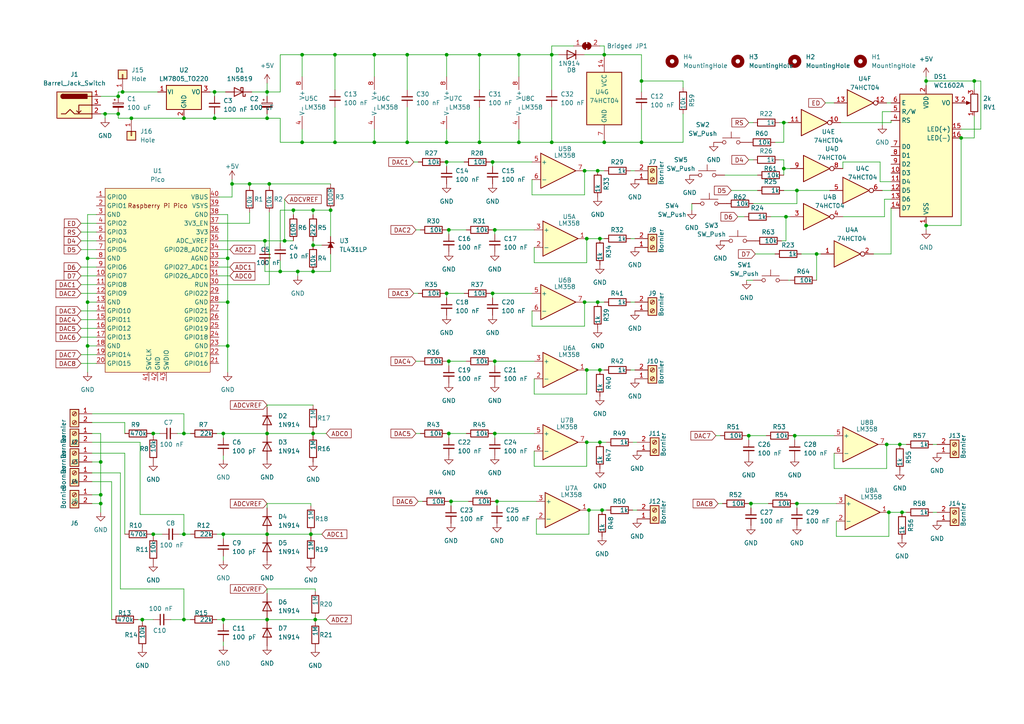
<source format=kicad_sch>
(kicad_sch (version 20230121) (generator eeschema)
  (paper "A4")
  (junction (at 175.26 41.275))
  (junction (at 66.04 100.33))
  (junction (at 53.34 34.29))
  (junction (at 173.99 128.27))
  (junction (at 66.04 87.63))
  (junction (at 174.625 147.955))
  (junction (at 170.18 107.315))
  (junction (at 44.45 154.94))
  (junction (at 257.175 128.905))
  (junction (at 25.4 74.93))
  (junction (at 261.62 148.59))
  (junction (at 90.805 78.74))
  (junction (at 236.855 73.66))
  (junction (at 130.175 125.73))
  (junction (at 118.11 41.275))
  (junction (at 186.055 41.275))
  (junction (at 85.09 60.96))
  (junction (at 90.805 125.73))
  (junction (at 129.54 46.99))
  (junction (at 108.585 15.875))
  (junction (at 160.02 41.275))
  (junction (at 260.985 128.905))
  (junction (at 64.77 125.73))
  (junction (at 90.805 71.12))
  (junction (at 173.355 49.53))
  (junction (at 227.965 62.865))
  (junction (at 30.48 33.02))
  (junction (at 90.805 60.96))
  (junction (at 282.575 23.495))
  (junction (at 87.63 15.875))
  (junction (at 72.39 53.34))
  (junction (at 97.155 15.875))
  (junction (at 25.4 87.63))
  (junction (at 231.14 146.05))
  (junction (at 44.45 125.73))
  (junction (at 29.21 133.985))
  (junction (at 144.145 145.415))
  (junction (at 29.21 146.05))
  (junction (at 90.17 154.94))
  (junction (at 170.815 147.955))
  (junction (at 150.495 15.875))
  (junction (at 64.77 154.94))
  (junction (at 130.175 104.775))
  (junction (at 129.54 85.09))
  (junction (at 118.11 15.875))
  (junction (at 160.02 15.875))
  (junction (at 53.34 179.705))
  (junction (at 62.23 26.67))
  (junction (at 230.505 126.365))
  (junction (at 35.56 26.67))
  (junction (at 25.4 100.33))
  (junction (at 186.055 23.495))
  (junction (at 143.51 104.775))
  (junction (at 29.21 143.51))
  (junction (at 130.175 66.675))
  (junction (at 231.14 55.245))
  (junction (at 268.605 65.405))
  (junction (at 95.885 60.96))
  (junction (at 87.63 41.275))
  (junction (at 217.17 126.365))
  (junction (at 217.805 146.05))
  (junction (at 76.835 69.85))
  (junction (at 77.47 34.29))
  (junction (at 170.18 69.215))
  (junction (at 227.33 48.895))
  (junction (at 91.44 179.705))
  (junction (at 78.105 53.34))
  (junction (at 38.1 34.29))
  (junction (at 97.155 41.275))
  (junction (at 257.81 148.59))
  (junction (at 143.51 125.73))
  (junction (at 169.545 87.63))
  (junction (at 82.55 69.85))
  (junction (at 108.585 41.275))
  (junction (at 142.875 46.99))
  (junction (at 268.605 23.495))
  (junction (at 139.065 15.875))
  (junction (at 81.28 78.74))
  (junction (at 77.47 154.94))
  (junction (at 77.47 26.67))
  (junction (at 34.29 33.02))
  (junction (at 173.99 107.315))
  (junction (at 41.275 179.705))
  (junction (at 173.99 69.215))
  (junction (at 170.18 128.27))
  (junction (at 130.81 145.415))
  (junction (at 139.065 41.275))
  (junction (at 86.36 78.74))
  (junction (at 67.31 53.34))
  (junction (at 66.04 74.93))
  (junction (at 62.23 34.29))
  (junction (at 150.495 41.275))
  (junction (at 142.875 85.09))
  (junction (at 173.355 87.63))
  (junction (at 129.54 41.275))
  (junction (at 227.33 35.56))
  (junction (at 143.51 66.675))
  (junction (at 278.765 40.005))
  (junction (at 77.47 179.705))
  (junction (at 34.29 27.94))
  (junction (at 64.77 179.705))
  (junction (at 169.545 49.53))
  (junction (at 53.34 154.94))
  (junction (at 129.54 15.875))
  (junction (at 175.26 15.875))
  (junction (at 53.34 125.73))
  (junction (at 77.47 125.73))
  (wire (pts (xy 34.925 137.16) (xy 34.925 170.815)))
  (wire (pts (xy 143.51 104.775) (xy 154.94 104.775)))
  (wire (pts (xy 81.28 15.875) (xy 81.28 26.67)))
  (wire (pts (xy 66.04 62.23) (xy 63.5 62.23)))
  (wire (pts (xy 155.575 150.495) (xy 155.575 154.94)))
  (wire (pts (xy 228.6 81.28) (xy 229.235 81.28)))
  (wire (pts (xy 87.63 37.465) (xy 87.63 41.275)))
  (wire (pts (xy 81.28 41.275) (xy 81.28 34.29)))
  (wire (pts (xy 95.885 78.74) (xy 90.805 78.74)))
  (wire (pts (xy 64.77 125.73) (xy 64.77 127)))
  (wire (pts (xy 173.99 107.315) (xy 175.26 107.315)))
  (wire (pts (xy 120.65 66.675) (xy 121.92 66.675)))
  (wire (pts (xy 130.81 146.685) (xy 130.81 145.415)))
  (wire (pts (xy 244.475 62.865) (xy 256.54 62.865)))
  (wire (pts (xy 182.88 107.315) (xy 184.15 107.315)))
  (wire (pts (xy 242.57 155.575) (xy 257.81 155.575)))
  (wire (pts (xy 66.04 100.33) (xy 66.04 107.95)))
  (wire (pts (xy 231.14 146.05) (xy 230.505 146.05)))
  (wire (pts (xy 51.435 125.73) (xy 53.34 125.73)))
  (wire (pts (xy 169.545 49.53) (xy 173.355 49.53)))
  (wire (pts (xy 129.54 15.875) (xy 118.11 15.875)))
  (wire (pts (xy 34.29 26.67) (xy 35.56 26.67)))
  (wire (pts (xy 41.275 180.34) (xy 41.275 179.705)))
  (wire (pts (xy 227.33 55.245) (xy 231.14 55.245)))
  (wire (pts (xy 243.84 35.56) (xy 258.445 35.56)))
  (wire (pts (xy 64.77 154.94) (xy 64.77 156.21)))
  (wire (pts (xy 210.185 50.8) (xy 219.71 50.8)))
  (wire (pts (xy 34.29 34.29) (xy 38.1 34.29)))
  (wire (pts (xy 130.175 67.945) (xy 130.175 66.675)))
  (wire (pts (xy 62.23 26.67) (xy 65.405 26.67)))
  (wire (pts (xy 207.645 126.365) (xy 208.915 126.365)))
  (wire (pts (xy 231.14 147.32) (xy 231.14 146.05)))
  (wire (pts (xy 63.5 74.93) (xy 66.04 74.93)))
  (wire (pts (xy 142.875 48.26) (xy 142.875 46.99)))
  (wire (pts (xy 183.515 128.27) (xy 184.785 128.27)))
  (wire (pts (xy 154.94 109.855) (xy 154.94 114.3)))
  (wire (pts (xy 143.51 67.945) (xy 143.51 66.675)))
  (wire (pts (xy 97.155 15.875) (xy 87.63 15.875)))
  (wire (pts (xy 217.805 147.32) (xy 217.805 146.05)))
  (wire (pts (xy 53.34 154.94) (xy 55.245 154.94)))
  (wire (pts (xy 66.04 62.23) (xy 66.04 74.93)))
  (wire (pts (xy 78.105 82.55) (xy 63.5 82.55)))
  (wire (pts (xy 282.575 23.495) (xy 282.575 26.035)))
  (wire (pts (xy 53.34 149.225) (xy 53.34 154.94)))
  (wire (pts (xy 43.815 154.94) (xy 44.45 154.94)))
  (wire (pts (xy 175.26 13.335) (xy 173.99 13.335)))
  (wire (pts (xy 139.065 26.035) (xy 139.065 15.875)))
  (wire (pts (xy 154.94 135.255) (xy 170.18 135.255)))
  (wire (pts (xy 142.875 46.99) (xy 142.24 46.99)))
  (wire (pts (xy 226.06 46.355) (xy 227.33 46.355)))
  (wire (pts (xy 256.54 62.865) (xy 256.54 57.785)))
  (wire (pts (xy 120.015 46.99) (xy 121.285 46.99)))
  (wire (pts (xy 282.575 23.495) (xy 284.48 23.495)))
  (wire (pts (xy 53.34 179.705) (xy 55.245 179.705)))
  (wire (pts (xy 52.07 154.94) (xy 53.34 154.94)))
  (wire (pts (xy 121.285 145.415) (xy 122.555 145.415)))
  (wire (pts (xy 26.67 122.555) (xy 36.195 122.555)))
  (wire (pts (xy 36.195 122.555) (xy 36.195 125.73)))
  (wire (pts (xy 66.04 74.93) (xy 66.04 87.63)))
  (wire (pts (xy 130.175 104.775) (xy 135.255 104.775)))
  (wire (pts (xy 224.79 41.275) (xy 227.33 41.275)))
  (wire (pts (xy 77.47 34.29) (xy 77.47 33.02)))
  (wire (pts (xy 258.445 52.705) (xy 255.27 52.705)))
  (wire (pts (xy 77.47 125.73) (xy 90.805 125.73)))
  (wire (pts (xy 143.51 66.675) (xy 142.875 66.675)))
  (wire (pts (xy 97.155 31.115) (xy 97.155 41.275)))
  (wire (pts (xy 129.54 85.09) (xy 128.905 85.09)))
  (wire (pts (xy 63.5 80.01) (xy 66.675 80.01)))
  (wire (pts (xy 200.66 59.055) (xy 200.66 60.96)))
  (wire (pts (xy 129.54 85.09) (xy 134.62 85.09)))
  (wire (pts (xy 219.075 73.66) (xy 224.79 73.66)))
  (wire (pts (xy 30.48 33.02) (xy 34.29 33.02)))
  (wire (pts (xy 213.995 62.865) (xy 215.9 62.865)))
  (wire (pts (xy 26.67 137.16) (xy 34.925 137.16)))
  (wire (pts (xy 40.64 128.27) (xy 40.64 149.225)))
  (wire (pts (xy 77.47 154.94) (xy 64.77 154.94)))
  (wire (pts (xy 97.155 26.035) (xy 97.155 15.875)))
  (wire (pts (xy 29.21 146.05) (xy 29.21 143.51)))
  (wire (pts (xy 208.28 146.05) (xy 209.55 146.05)))
  (wire (pts (xy 77.47 146.05) (xy 77.47 147.32)))
  (wire (pts (xy 26.67 139.7) (xy 32.385 139.7)))
  (wire (pts (xy 170.18 76.2) (xy 170.18 69.215)))
  (wire (pts (xy 218.44 59.055) (xy 231.14 59.055)))
  (wire (pts (xy 90.17 154.94) (xy 93.345 154.94)))
  (wire (pts (xy 268.605 23.495) (xy 268.605 24.765)))
  (wire (pts (xy 129.54 46.99) (xy 128.905 46.99)))
  (wire (pts (xy 90.805 125.73) (xy 94.615 125.73)))
  (wire (pts (xy 130.81 145.415) (xy 130.175 145.415)))
  (wire (pts (xy 73.025 26.67) (xy 77.47 26.67)))
  (wire (pts (xy 90.17 154.305) (xy 90.17 154.94)))
  (wire (pts (xy 77.47 170.815) (xy 77.47 172.085)))
  (wire (pts (xy 129.54 41.275) (xy 139.065 41.275)))
  (wire (pts (xy 25.4 74.93) (xy 25.4 87.63)))
  (wire (pts (xy 130.175 106.045) (xy 130.175 104.775)))
  (wire (pts (xy 129.54 48.26) (xy 129.54 46.99)))
  (wire (pts (xy 129.54 37.465) (xy 129.54 41.275)))
  (wire (pts (xy 174.625 147.955) (xy 175.895 147.955)))
  (wire (pts (xy 257.175 29.845) (xy 258.445 29.845)))
  (wire (pts (xy 183.515 147.955) (xy 184.785 147.955)))
  (wire (pts (xy 81.28 60.96) (xy 81.28 70.485)))
  (wire (pts (xy 186.055 31.75) (xy 186.055 41.275)))
  (wire (pts (xy 217.805 146.05) (xy 217.17 146.05)))
  (wire (pts (xy 72.39 53.975) (xy 72.39 53.34)))
  (wire (pts (xy 91.44 170.815) (xy 77.47 170.815)))
  (wire (pts (xy 160.02 13.335) (xy 166.37 13.335)))
  (wire (pts (xy 29.21 148.59) (xy 29.21 146.05)))
  (wire (pts (xy 29.21 27.94) (xy 34.29 27.94)))
  (wire (pts (xy 142.875 46.99) (xy 154.305 46.99)))
  (wire (pts (xy 35.56 26.67) (xy 45.72 26.67)))
  (wire (pts (xy 241.935 131.445) (xy 241.935 135.89)))
  (wire (pts (xy 160.02 15.875) (xy 161.925 15.875)))
  (wire (pts (xy 175.26 15.875) (xy 175.26 13.335)))
  (wire (pts (xy 130.175 125.73) (xy 129.54 125.73)))
  (wire (pts (xy 160.02 26.035) (xy 160.02 15.875)))
  (wire (pts (xy 63.5 72.39) (xy 66.675 72.39)))
  (wire (pts (xy 160.02 31.115) (xy 160.02 41.275)))
  (wire (pts (xy 64.77 179.705) (xy 64.77 180.975)))
  (wire (pts (xy 90.805 125.095) (xy 90.805 125.73)))
  (wire (pts (xy 236.855 73.66) (xy 238.125 73.66)))
  (wire (pts (xy 182.88 49.53) (xy 184.15 49.53)))
  (wire (pts (xy 160.02 15.875) (xy 160.02 13.335)))
  (wire (pts (xy 72.39 53.34) (xy 67.31 53.34)))
  (wire (pts (xy 23.495 77.47) (xy 27.94 77.47)))
  (wire (pts (xy 231.14 59.055) (xy 231.14 55.245)))
  (wire (pts (xy 90.805 69.85) (xy 90.805 71.12)))
  (wire (pts (xy 81.28 60.96) (xy 85.09 60.96)))
  (wire (pts (xy 77.47 146.05) (xy 90.17 146.05)))
  (wire (pts (xy 25.4 74.93) (xy 27.94 74.93)))
  (wire (pts (xy 91.44 179.07) (xy 91.44 179.705)))
  (wire (pts (xy 23.495 69.85) (xy 27.94 69.85)))
  (wire (pts (xy 217.17 46.355) (xy 218.44 46.355)))
  (wire (pts (xy 63.5 69.85) (xy 76.835 69.85)))
  (wire (pts (xy 76.835 69.85) (xy 82.55 69.85)))
  (wire (pts (xy 49.53 179.705) (xy 53.34 179.705)))
  (wire (pts (xy 216.535 81.28) (xy 218.44 81.28)))
  (wire (pts (xy 170.18 128.27) (xy 173.99 128.27)))
  (wire (pts (xy 130.175 127) (xy 130.175 125.73)))
  (wire (pts (xy 76.835 69.85) (xy 76.835 71.755)))
  (wire (pts (xy 198.12 23.495) (xy 186.055 23.495)))
  (wire (pts (xy 170.18 107.315) (xy 173.99 107.315)))
  (wire (pts (xy 25.4 62.23) (xy 27.94 62.23)))
  (wire (pts (xy 23.495 105.41) (xy 27.94 105.41)))
  (wire (pts (xy 130.175 66.675) (xy 135.255 66.675)))
  (wire (pts (xy 169.545 56.515) (xy 169.545 49.53)))
  (wire (pts (xy 257.175 135.89) (xy 257.175 128.905)))
  (wire (pts (xy 40.64 149.225) (xy 53.34 149.225)))
  (wire (pts (xy 155.575 154.94) (xy 170.815 154.94)))
  (wire (pts (xy 67.31 52.07) (xy 67.31 53.34)))
  (wire (pts (xy 91.44 170.815) (xy 91.44 171.45)))
  (wire (pts (xy 258.445 73.66) (xy 253.365 73.66)))
  (wire (pts (xy 118.11 41.275) (xy 129.54 41.275)))
  (wire (pts (xy 62.23 34.29) (xy 77.47 34.29)))
  (wire (pts (xy 77.47 26.67) (xy 81.28 26.67)))
  (wire (pts (xy 217.805 146.05) (xy 222.885 146.05)))
  (wire (pts (xy 29.21 133.985) (xy 29.21 143.51)))
  (wire (pts (xy 29.21 125.73) (xy 29.21 133.985)))
  (wire (pts (xy 76.835 78.74) (xy 81.28 78.74)))
  (wire (pts (xy 169.545 87.63) (xy 173.355 87.63)))
  (wire (pts (xy 53.34 170.815) (xy 34.925 170.815)))
  (wire (pts (xy 62.865 179.705) (xy 64.77 179.705)))
  (wire (pts (xy 241.935 135.89) (xy 257.175 135.89)))
  (wire (pts (xy 90.805 60.96) (xy 90.805 62.23)))
  (wire (pts (xy 212.09 55.245) (xy 219.71 55.245)))
  (wire (pts (xy 261.62 148.59) (xy 262.89 148.59)))
  (wire (pts (xy 44.45 154.94) (xy 46.99 154.94)))
  (wire (pts (xy 29.21 125.73) (xy 26.67 125.73)))
  (wire (pts (xy 198.12 41.275) (xy 186.055 41.275)))
  (wire (pts (xy 227.33 48.895) (xy 229.235 48.895)))
  (wire (pts (xy 255.27 46.99) (xy 244.475 46.99)))
  (wire (pts (xy 154.305 90.17) (xy 154.305 94.615)))
  (wire (pts (xy 129.54 46.99) (xy 134.62 46.99)))
  (wire (pts (xy 236.855 73.66) (xy 236.855 81.28)))
  (wire (pts (xy 150.495 37.465) (xy 150.495 41.275)))
  (wire (pts (xy 226.695 69.85) (xy 227.965 69.85)))
  (wire (pts (xy 230.505 126.365) (xy 241.935 126.365)))
  (wire (pts (xy 97.155 41.275) (xy 108.585 41.275)))
  (wire (pts (xy 143.51 127) (xy 143.51 125.73)))
  (wire (pts (xy 217.17 35.56) (xy 218.44 35.56)))
  (wire (pts (xy 130.175 66.675) (xy 129.54 66.675)))
  (wire (pts (xy 186.055 26.67) (xy 186.055 23.495)))
  (wire (pts (xy 255.905 32.385) (xy 258.445 32.385)))
  (wire (pts (xy 278.765 65.405) (xy 268.605 65.405)))
  (wire (pts (xy 230.505 127.635) (xy 230.505 126.365)))
  (wire (pts (xy 170.18 114.3) (xy 170.18 107.315)))
  (wire (pts (xy 67.31 53.34) (xy 67.31 57.15)))
  (wire (pts (xy 87.63 22.225) (xy 87.63 15.875)))
  (wire (pts (xy 270.51 128.905) (xy 271.78 128.905)))
  (wire (pts (xy 41.275 179.705) (xy 44.45 179.705)))
  (wire (pts (xy 268.605 23.495) (xy 282.575 23.495)))
  (wire (pts (xy 173.99 128.27) (xy 175.895 128.27)))
  (wire (pts (xy 268.605 65.405) (xy 268.605 66.675)))
  (wire (pts (xy 120.015 85.09) (xy 121.285 85.09)))
  (wire (pts (xy 118.11 26.035) (xy 118.11 15.875)))
  (wire (pts (xy 142.875 86.36) (xy 142.875 85.09)))
  (wire (pts (xy 77.47 179.705) (xy 64.77 179.705)))
  (wire (pts (xy 150.495 22.225) (xy 150.495 15.875)))
  (wire (pts (xy 26.67 143.51) (xy 29.21 143.51)))
  (wire (pts (xy 25.4 107.95) (xy 25.4 100.33)))
  (wire (pts (xy 90.17 154.94) (xy 90.17 155.575)))
  (wire (pts (xy 25.4 87.63) (xy 27.94 87.63)))
  (wire (pts (xy 78.105 53.34) (xy 95.885 53.34)))
  (wire (pts (xy 53.34 170.815) (xy 53.34 179.705)))
  (wire (pts (xy 260.985 128.905) (xy 262.89 128.905)))
  (wire (pts (xy 23.495 97.79) (xy 27.94 97.79)))
  (wire (pts (xy 170.18 135.255) (xy 170.18 128.27)))
  (wire (pts (xy 173.99 69.215) (xy 175.26 69.215)))
  (wire (pts (xy 90.805 125.73) (xy 90.805 126.365)))
  (wire (pts (xy 120.65 125.73) (xy 121.92 125.73)))
  (wire (pts (xy 26.67 133.985) (xy 29.21 133.985)))
  (wire (pts (xy 255.905 55.245) (xy 258.445 55.245)))
  (wire (pts (xy 143.51 125.73) (xy 142.875 125.73)))
  (wire (pts (xy 86.36 78.74) (xy 90.805 78.74)))
  (wire (pts (xy 26.67 120.015) (xy 53.34 120.015)))
  (wire (pts (xy 78.105 61.595) (xy 78.105 82.55)))
  (wire (pts (xy 77.47 125.73) (xy 64.77 125.73)))
  (wire (pts (xy 62.865 125.73) (xy 64.77 125.73)))
  (wire (pts (xy 77.47 117.475) (xy 77.47 118.11)))
  (wire (pts (xy 268.605 22.225) (xy 268.605 23.495)))
  (wire (pts (xy 169.545 94.615) (xy 169.545 87.63)))
  (wire (pts (xy 227.33 35.56) (xy 227.33 41.275)))
  (wire (pts (xy 130.175 104.775) (xy 129.54 104.775)))
  (wire (pts (xy 278.765 37.465) (xy 284.48 37.465)))
  (wire (pts (xy 257.81 148.59) (xy 261.62 148.59)))
  (wire (pts (xy 144.145 145.415) (xy 155.575 145.415)))
  (wire (pts (xy 231.14 55.245) (xy 240.665 55.245)))
  (wire (pts (xy 82.55 57.785) (xy 82.55 69.85)))
  (wire (pts (xy 258.445 60.325) (xy 258.445 73.66)))
  (wire (pts (xy 30.48 34.29) (xy 30.48 33.02)))
  (wire (pts (xy 23.495 102.87) (xy 27.94 102.87)))
  (wire (pts (xy 63.5 100.33) (xy 66.04 100.33)))
  (wire (pts (xy 241.935 29.845) (xy 239.395 29.845)))
  (wire (pts (xy 242.57 151.13) (xy 242.57 155.575)))
  (wire (pts (xy 64.77 187.325) (xy 64.77 186.055)))
  (wire (pts (xy 30.48 33.02) (xy 29.21 33.02)))
  (wire (pts (xy 144.145 146.685) (xy 144.145 145.415)))
  (wire (pts (xy 77.47 179.705) (xy 91.44 179.705)))
  (wire (pts (xy 227.965 62.865) (xy 229.235 62.865)))
  (wire (pts (xy 23.495 85.09) (xy 27.94 85.09)))
  (wire (pts (xy 32.385 139.7) (xy 32.385 179.705)))
  (wire (pts (xy 154.94 71.755) (xy 154.94 76.2)))
  (wire (pts (xy 129.54 86.36) (xy 129.54 85.09)))
  (wire (pts (xy 154.94 114.3) (xy 170.18 114.3)))
  (wire (pts (xy 93.345 71.12) (xy 90.805 71.12)))
  (wire (pts (xy 130.81 145.415) (xy 135.89 145.415)))
  (wire (pts (xy 198.12 25.4) (xy 198.12 23.495)))
  (wire (pts (xy 173.355 87.63) (xy 175.26 87.63)))
  (wire (pts (xy 63.5 87.63) (xy 66.04 87.63)))
  (wire (pts (xy 23.495 80.01) (xy 27.94 80.01)))
  (wire (pts (xy 77.47 34.29) (xy 81.28 34.29)))
  (wire (pts (xy 76.835 76.835) (xy 76.835 78.74)))
  (wire (pts (xy 186.055 15.875) (xy 175.26 15.875)))
  (wire (pts (xy 62.23 33.02) (xy 62.23 34.29)))
  (wire (pts (xy 72.39 64.77) (xy 72.39 61.595)))
  (wire (pts (xy 72.39 53.34) (xy 78.105 53.34)))
  (wire (pts (xy 62.865 154.94) (xy 64.77 154.94)))
  (wire (pts (xy 144.145 145.415) (xy 143.51 145.415)))
  (wire (pts (xy 258.445 35.56) (xy 258.445 34.925)))
  (wire (pts (xy 77.47 154.94) (xy 90.17 154.94)))
  (wire (pts (xy 257.81 155.575) (xy 257.81 148.59)))
  (wire (pts (xy 142.875 85.09) (xy 154.305 85.09)))
  (wire (pts (xy 230.505 126.365) (xy 229.87 126.365)))
  (wire (pts (xy 120.65 104.775) (xy 121.92 104.775)))
  (wire (pts (xy 139.065 15.875) (xy 129.54 15.875)))
  (wire (pts (xy 108.585 15.875) (xy 97.155 15.875)))
  (wire (pts (xy 143.51 125.73) (xy 154.94 125.73)))
  (wire (pts (xy 77.47 26.67) (xy 77.47 27.94)))
  (wire (pts (xy 143.51 106.045) (xy 143.51 104.775)))
  (wire (pts (xy 255.905 36.195) (xy 255.905 32.385)))
  (wire (pts (xy 231.14 146.05) (xy 242.57 146.05)))
  (wire (pts (xy 95.885 60.96) (xy 95.885 68.58)))
  (wire (pts (xy 64.77 133.35) (xy 64.77 132.08)))
  (wire (pts (xy 66.04 87.63) (xy 66.04 100.33)))
  (wire (pts (xy 270.51 148.59) (xy 271.78 148.59)))
  (wire (pts (xy 284.48 23.495) (xy 284.48 37.465)))
  (wire (pts (xy 257.175 128.905) (xy 260.985 128.905)))
  (wire (pts (xy 217.17 126.365) (xy 222.25 126.365)))
  (wire (pts (xy 227.33 46.355) (xy 227.33 48.895)))
  (wire (pts (xy 139.065 41.275) (xy 150.495 41.275)))
  (wire (pts (xy 25.4 100.33) (xy 27.94 100.33)))
  (wire (pts (xy 62.23 26.67) (xy 60.96 26.67)))
  (wire (pts (xy 53.34 120.015) (xy 53.34 125.73)))
  (wire (pts (xy 44.45 125.73) (xy 46.355 125.73)))
  (wire (pts (xy 23.495 95.25) (xy 27.94 95.25)))
  (wire (pts (xy 81.28 41.275) (xy 87.63 41.275)))
  (wire (pts (xy 143.51 104.775) (xy 142.875 104.775)))
  (wire (pts (xy 77.47 117.475) (xy 90.805 117.475)))
  (wire (pts (xy 255.27 52.705) (xy 255.27 46.99)))
  (wire (pts (xy 143.51 66.675) (xy 154.94 66.675)))
  (wire (pts (xy 282.575 40.005) (xy 278.765 40.005)))
  (wire (pts (xy 282.575 33.655) (xy 282.575 40.005)))
  (wire (pts (xy 154.305 94.615) (xy 169.545 94.615)))
  (wire (pts (xy 170.815 154.94) (xy 170.815 147.955)))
  (wire (pts (xy 90.17 146.05) (xy 90.17 146.685)))
  (wire (pts (xy 154.94 130.81) (xy 154.94 135.255)))
  (wire (pts (xy 217.17 127.635) (xy 217.17 126.365)))
  (wire (pts (xy 53.34 125.73) (xy 55.245 125.73)))
  (wire (pts (xy 154.305 56.515) (xy 169.545 56.515)))
  (wire (pts (xy 97.155 41.275) (xy 87.63 41.275)))
  (wire (pts (xy 150.495 41.275) (xy 160.02 41.275)))
  (wire (pts (xy 108.585 22.225) (xy 108.585 15.875)))
  (wire (pts (xy 227.33 35.56) (xy 228.6 35.56)))
  (wire (pts (xy 53.34 34.29) (xy 62.23 34.29)))
  (wire (pts (xy 77.47 24.13) (xy 77.47 26.67)))
  (wire (pts (xy 154.94 76.2) (xy 170.18 76.2)))
  (wire (pts (xy 34.29 27.94) (xy 34.29 26.67)))
  (wire (pts (xy 169.545 15.875) (xy 175.26 15.875)))
  (wire (pts (xy 108.585 41.275) (xy 118.11 41.275)))
  (wire (pts (xy 226.06 35.56) (xy 227.33 35.56)))
  (wire (pts (xy 244.475 46.99) (xy 244.475 48.895)))
  (wire (pts (xy 44.45 155.575) (xy 44.45 154.94)))
  (wire (pts (xy 256.54 57.785) (xy 258.445 57.785)))
  (wire (pts (xy 44.45 126.365) (xy 44.45 125.73)))
  (wire (pts (xy 34.29 33.02) (xy 34.29 34.29)))
  (wire (pts (xy 227.965 69.85) (xy 227.965 62.865)))
  (wire (pts (xy 38.1 34.29) (xy 53.34 34.29)))
  (wire (pts (xy 78.105 53.975) (xy 78.105 53.34)))
  (wire (pts (xy 227.33 48.895) (xy 227.33 50.8)))
  (wire (pts (xy 150.495 15.875) (xy 139.065 15.875)))
  (wire (pts (xy 25.4 74.93) (xy 25.4 62.23)))
  (wire (pts (xy 26.67 146.05) (xy 29.21 146.05)))
  (wire (pts (xy 63.5 64.77) (xy 72.39 64.77)))
  (wire (pts (xy 232.41 73.66) (xy 236.855 73.66)))
  (wire (pts (xy 118.11 15.875) (xy 108.585 15.875)))
  (wire (pts (xy 173.355 49.53) (xy 175.26 49.53)))
  (wire (pts (xy 23.495 72.39) (xy 27.94 72.39)))
  (wire (pts (xy 23.495 90.17) (xy 27.94 90.17)))
  (wire (pts (xy 43.815 125.73) (xy 44.45 125.73)))
  (wire (pts (xy 26.67 128.27) (xy 40.64 128.27)))
  (wire (pts (xy 91.44 179.705) (xy 94.615 179.705)))
  (wire (pts (xy 27.94 82.55) (xy 23.495 82.55)))
  (wire (pts (xy 129.54 22.225) (xy 129.54 15.875)))
  (wire (pts (xy 40.005 179.705) (xy 41.275 179.705)))
  (wire (pts (xy 82.55 69.85) (xy 85.09 69.85)))
  (wire (pts (xy 81.28 15.875) (xy 87.63 15.875)))
  (wire (pts (xy 142.875 85.09) (xy 142.24 85.09)))
  (wire (pts (xy 182.88 69.215) (xy 184.15 69.215)))
  (wire (pts (xy 85.09 60.96) (xy 90.805 60.96)))
  (wire (pts (xy 160.02 15.875) (xy 150.495 15.875)))
  (wire (pts (xy 130.175 125.73) (xy 135.255 125.73)))
  (wire (pts (xy 64.77 162.56) (xy 64.77 161.29)))
  (wire (pts (xy 186.055 23.495) (xy 186.055 15.875)))
  (wire (pts (xy 81.28 75.565) (xy 81.28 78.74)))
  (wire (pts (xy 278.765 40.005) (xy 278.765 65.405)))
  (wire (pts (xy 198.12 33.02) (xy 198.12 41.275)))
  (wire (pts (xy 108.585 37.465) (xy 108.585 41.275)))
  (wire (pts (xy 90.805 60.96) (xy 95.885 60.96)))
  (wire (pts (xy 23.495 67.31) (xy 27.94 67.31)))
  (wire (pts (xy 81.28 78.74) (xy 86.36 78.74)))
  (wire (pts (xy 36.195 131.445) (xy 26.67 131.445)))
  (wire (pts (xy 182.88 87.63) (xy 184.15 87.63)))
  (wire (pts (xy 118.11 31.115) (xy 118.11 41.275)))
  (wire (pts (xy 217.17 126.365) (xy 216.535 126.365)))
  (wire (pts (xy 186.055 41.275) (xy 175.26 41.275)))
  (wire (pts (xy 25.4 87.63) (xy 25.4 100.33)))
  (wire (pts (xy 36.195 131.445) (xy 36.195 154.94)))
  (wire (pts (xy 23.495 64.77) (xy 27.94 64.77)))
  (wire (pts (xy 154.305 52.07) (xy 154.305 56.515)))
  (wire (pts (xy 160.02 41.275) (xy 175.26 41.275)))
  (wire (pts (xy 139.065 31.115) (xy 139.065 41.275)))
  (wire (pts (xy 63.5 77.47) (xy 66.675 77.47)))
  (wire (pts (xy 223.52 62.865) (xy 227.965 62.865)))
  (wire (pts (xy 62.23 26.67) (xy 62.23 27.94)))
  (wire (pts (xy 85.09 60.96) (xy 85.09 62.23)))
  (wire (pts (xy 86.36 78.74) (xy 86.36 80.01)))
  (wire (pts (xy 170.18 69.215) (xy 173.99 69.215)))
  (wire (pts (xy 63.5 57.15) (xy 67.31 57.15)))
  (wire (pts (xy 95.885 73.66) (xy 95.885 78.74)))
  (wire (pts (xy 23.495 92.71) (xy 27.94 92.71)))
  (wire (pts (xy 91.44 179.705) (xy 91.44 180.34)))
  (wire (pts (xy 170.815 147.955) (xy 174.625 147.955)))
  (global_label "DAC7" (shape input) (at 23.495 102.87 180) (property "Intersheetrefs" "${INTERSHEET_REFS}" (effects hide)))
  (global_label "D5" (shape input) (at 23.495 72.39 180) (property "Intersheetrefs" "${INTERSHEET_REFS}" (effects hide)))
  (global_label "DAC1" (shape input) (at 23.495 82.55 180) (property "Intersheetrefs" "${INTERSHEET_REFS}" (effects hide)))
  (global_label "ADC0" (shape input) (at 66.675 80.01 0) (property "Intersheetrefs" "${INTERSHEET_REFS}" (effects hide)))
  (global_label "D7" (shape input) (at 219.075 73.66 180) (property "Intersheetrefs" "${INTERSHEET_REFS}" (effects hide)))
  (global_label "ADC2" (shape input) (at 94.615 179.705 0) (property "Intersheetrefs" "${INTERSHEET_REFS}" (effects hide)))
  (global_label "DAC3" (shape input) (at 23.495 90.17 180) (property "Intersheetrefs" "${INTERSHEET_REFS}" (effects hide)))
  (global_label "ADC2" (shape input) (at 66.675 72.39 0) (property "Intersheetrefs" "${INTERSHEET_REFS}" (effects hide)))
  (global_label "ADCVREF" (shape input) (at 77.47 170.815 180) (property "Intersheetrefs" "${INTERSHEET_REFS}" (effects hide)))
  (global_label "DAC5" (shape input) (at 120.65 125.73 180) (property "Intersheetrefs" "${INTERSHEET_REFS}" (effects hide)))
  (global_label "DAC4" (shape input) (at 23.495 92.71 180) (property "Intersheetrefs" "${INTERSHEET_REFS}" (effects hide)))
  (global_label "DAC5" (shape input) (at 23.495 95.25 180) (property "Intersheetrefs" "${INTERSHEET_REFS}" (effects hide)))
  (global_label "DAC3" (shape input) (at 120.015 85.09 180) (property "Intersheetrefs" "${INTERSHEET_REFS}" (effects hide)))
  (global_label "RS" (shape input) (at 23.495 67.31 180) (property "Intersheetrefs" "${INTERSHEET_REFS}" (effects hide)))
  (global_label "ADC1" (shape input) (at 66.675 77.47 0) (property "Intersheetrefs" "${INTERSHEET_REFS}" (effects hide)))
  (global_label "D5" (shape input) (at 212.09 55.245 180) (property "Intersheetrefs" "${INTERSHEET_REFS}" (effects hide)))
  (global_label "DAC1" (shape input) (at 120.015 46.99 180) (property "Intersheetrefs" "${INTERSHEET_REFS}" (effects hide)))
  (global_label "ADC1" (shape input) (at 93.345 154.94 0) (property "Intersheetrefs" "${INTERSHEET_REFS}" (effects hide)))
  (global_label "ADCVREF" (shape input) (at 77.47 146.05 180) (property "Intersheetrefs" "${INTERSHEET_REFS}" (effects hide)))
  (global_label "D6" (shape input) (at 23.495 77.47 180) (property "Intersheetrefs" "${INTERSHEET_REFS}" (effects hide)))
  (global_label "DAC6" (shape input) (at 23.495 97.79 180) (property "Intersheetrefs" "${INTERSHEET_REFS}" (effects hide)))
  (global_label "DAC2" (shape input) (at 120.65 66.675 180) (property "Intersheetrefs" "${INTERSHEET_REFS}" (effects hide)))
  (global_label "DAC8" (shape input) (at 208.28 146.05 180) (property "Intersheetrefs" "${INTERSHEET_REFS}" (effects hide)))
  (global_label "ED" (shape input) (at 239.395 29.845 180) (property "Intersheetrefs" "${INTERSHEET_REFS}" (effects hide)))
  (global_label "DAC8" (shape input) (at 23.495 105.41 180) (property "Intersheetrefs" "${INTERSHEET_REFS}" (effects hide)))
  (global_label "RS" (shape input) (at 217.17 35.56 180) (property "Intersheetrefs" "${INTERSHEET_REFS}" (effects hide)))
  (global_label "ADCVREF" (shape input) (at 82.55 57.785 0) (property "Intersheetrefs" "${INTERSHEET_REFS}" (effects hide)))
  (global_label "ADCVREF" (shape input) (at 77.47 117.475 180) (property "Intersheetrefs" "${INTERSHEET_REFS}" (effects hide)))
  (global_label "DAC2" (shape input) (at 23.495 85.09 180) (property "Intersheetrefs" "${INTERSHEET_REFS}" (effects hide)))
  (global_label "DAC7" (shape input) (at 207.645 126.365 180) (property "Intersheetrefs" "${INTERSHEET_REFS}" (effects hide)))
  (global_label "D6" (shape input) (at 213.995 62.865 180) (property "Intersheetrefs" "${INTERSHEET_REFS}" (effects hide)))
  (global_label "D4" (shape input) (at 217.17 46.355 180) (property "Intersheetrefs" "${INTERSHEET_REFS}" (effects hide)))
  (global_label "ED" (shape input) (at 23.495 64.77 180) (property "Intersheetrefs" "${INTERSHEET_REFS}" (effects hide)))
  (global_label "D7" (shape input) (at 23.495 80.01 180) (property "Intersheetrefs" "${INTERSHEET_REFS}" (effects hide)))
  (global_label "DAC4" (shape input) (at 120.65 104.775 180) (property "Intersheetrefs" "${INTERSHEET_REFS}" (effects hide)))
  (global_label "DAC6" (shape input) (at 121.285 145.415 180) (property "Intersheetrefs" "${INTERSHEET_REFS}" (effects hide)))
  (global_label "D4" (shape input) (at 23.495 69.85 180) (property "Intersheetrefs" "${INTERSHEET_REFS}" (effects hide)))
  (global_label "ADC0" (shape input) (at 94.615 125.73 0) (property "Intersheetrefs" "${INTERSHEET_REFS}" (effects hide)))
  (symbol (lib_id "power:GND") (at 86.36 80.01 0) (unit 1)
    (property "Reference" "#PWR06" (effects hide))
    (property "Value" "GND" (at 86.36 85.09 0))
  )
  (symbol (lib_id "power:+5V") (at 268.605 22.225 0) (unit 1)
    (property "Reference" "#PWR020" (effects hide))
    (property "Value" "+5V" (at 268.605 17.145 0))
  )
  (symbol (lib_id "power:GND") (at 216.535 81.28 0) (unit 1)
    (property "Reference" "#PWR024" (effects hide))
    (property "Value" "GND" (at 216.535 86.36 0))
  )
  (symbol (lib_id "Device:R") (at 260.985 132.715 0) (unit 1)
    (property "Reference" "R55" (at 263.525 134.62 90) (effects (justify left)))
    (property "Value" "1k" (at 260.985 135.255 90) (effects (justify left)))
    (property "Footprint" "Resistor_THT:R_Axial_DIN0207_L6.3mm_D2.5mm_P7.62mm_Horizontal" (effects hide))
  )
  (symbol (lib_id "Device:C_Small") (at 64.77 183.515 0) (unit 1)
    (property "Reference" "C11" (at 67.31 182.2513 0) (effects (justify left)))
    (property "Value" "100 pF" (at 67.31 184.785 0) (effects (justify left)))
    (property "Footprint" "Capacitor_THT:C_Disc_D5.0mm_W2.5mm_P5.00mm" (effects hide))
  )
  (symbol (lib_id "Device:R") (at 223.52 50.8 90) (unit 1)
    (property "Reference" "R61" (at 225.425 48.895 90) (effects (justify left)))
    (property "Value" "10k" (at 226.06 50.8 90) (effects (justify left)))
    (property "Footprint" "Resistor_THT:R_Axial_DIN0207_L6.3mm_D2.5mm_P7.62mm_Horizontal" (effects hide))
  )
  (symbol (lib_id "Device:R") (at 126.365 145.415 90) (unit 1)
    (property "Reference" "R44" (at 128.27 142.875 90) (effects (justify left)))
    (property "Value" "10k" (at 128.905 145.415 90) (effects (justify left)))
    (property "Footprint" "Resistor_THT:R_Axial_DIN0207_L6.3mm_D2.5mm_P7.62mm_Horizontal" (effects hide))
  )
  (symbol (lib_id "Diode:1N914") (at 77.47 175.895 270) (unit 1)
    (property "Reference" "D6" (at 80.645 174.625 90) (effects (justify left)))
    (property "Value" "1N914" (at 80.645 177.165 90) (effects (justify left)))
    (property "Footprint" "Diode_THT:D_DO-35_SOD27_P7.62mm_Horizontal" (effects hide))
    (property "Datasheet" "http://www.vishay.com/docs/85622/1n914.pdf" (effects hide))
    (property "Sim.Device" "D" (effects hide))
    (property "Sim.Pins" "1=K 2=A" (effects hide))
  )
  (symbol (lib_id "power:GND") (at 271.78 131.445 0) (unit 1)
    (property "Reference" "#PWR058" (effects hide))
    (property "Value" "GND" (at 271.78 136.525 0))
  )
  (symbol (lib_id "Mechanical:MountingHole") (at 249.555 17.78 0) (unit 1)
    (property "Reference" "H1" (at 252.73 16.51 0) (effects (justify left)))
    (property "Value" "MountingHole" (at 252.73 19.05 0) (effects (justify left)))
    (property "Footprint" "MountingHole:MountingHole_3.2mm_M3" (effects hide))
  )
  (symbol (lib_id "Device:C_Small") (at 142.875 88.9 0) (unit 1)
    (property "Reference" "C20" (at 145.415 87.6363 0) (effects (justify left)))
    (property "Value" "100 nF" (at 145.415 90.17 0) (effects (justify left)))
    (property "Footprint" "Capacitor_THT:C_Disc_D5.0mm_W2.5mm_P5.00mm" (effects hide))
  )
  (symbol (lib_id "Device:R") (at 36.195 179.705 90) (unit 1)
    (property "Reference" "R13" (at 38.1 177.8 90) (effects (justify left)))
    (property "Value" "470k" (at 38.735 179.705 90) (effects (justify left)))
    (property "Footprint" "Resistor_THT:R_Axial_DIN0207_L6.3mm_D2.5mm_P7.62mm_Horizontal" (effects hide))
  )
  (symbol (lib_id "Device:R") (at 90.805 74.93 0) (unit 1)
    (property "Reference" "R4" (at 92.075 74.93 0) (effects (justify left)))
    (property "Value" "10k" (at 90.805 77.47 90) (effects (justify left)))
    (property "Footprint" "Resistor_THT:R_Axial_DIN0207_L6.3mm_D2.5mm_P7.62mm_Horizontal" (effects hide))
  )
  (symbol (lib_id "Device:R") (at 125.73 66.675 90) (unit 1)
    (property "Reference" "R30" (at 127.635 64.135 90) (effects (justify left)))
    (property "Value" "10k" (at 128.27 66.675 90) (effects (justify left)))
    (property "Footprint" "Resistor_THT:R_Axial_DIN0207_L6.3mm_D2.5mm_P7.62mm_Horizontal" (effects hide))
  )
  (symbol (lib_id "Device:C_Small") (at 48.895 125.73 90) (unit 1)
    (property "Reference" "C7" (at 50.165 122.555 90) (effects (justify left)))
    (property "Value" "100 nF" (at 53.34 128.905 90) (effects (justify left)))
    (property "Footprint" "Capacitor_THT:C_Disc_D5.0mm_W2.5mm_P5.00mm" (effects hide))
  )
  (symbol (lib_id "Device:C_Small") (at 130.175 70.485 0) (unit 1)
    (property "Reference" "C16" (at 132.715 69.2213 0) (effects (justify left)))
    (property "Value" "100 nF" (at 132.715 71.755 0) (effects (justify left)))
    (property "Footprint" "Capacitor_THT:C_Disc_D5.0mm_W2.5mm_P5.00mm" (effects hide))
  )
  (symbol (lib_id "Device:R") (at 125.73 104.775 90) (unit 1)
    (property "Reference" "R36" (at 127.635 102.235 90) (effects (justify left)))
    (property "Value" "10k" (at 128.27 104.775 90) (effects (justify left)))
    (property "Footprint" "Resistor_THT:R_Axial_DIN0207_L6.3mm_D2.5mm_P7.62mm_Horizontal" (effects hide))
  )
  (symbol (lib_id "Device:C_Polarized_Small") (at 34.29 30.48 0) (unit 1)
    (property "Reference" "C1" (at 36.83 28.6639 0) (effects (justify left)))
    (property "Value" "100 uF" (at 36.83 31.2039 0) (effects (justify left)))
    (property "Footprint" "Capacitor_THT:CP_Radial_D5.0mm_P2.50mm" (effects hide))
  )
  (symbol (lib_id "power:GND") (at 77.47 162.56 0) (unit 1)
    (property "Reference" "#PWR012" (effects hide))
    (property "Value" "GND" (at 77.47 167.64 0))
  )
  (symbol (lib_id "Device:R") (at 44.45 130.175 180) (unit 1)
    (property "Reference" "R8" (at 43.18 130.175 0) (effects (justify left)))
    (property "Value" "10k" (at 44.45 127.635 90) (effects (justify left)))
    (property "Footprint" "Resistor_THT:R_Axial_DIN0207_L6.3mm_D2.5mm_P7.62mm_Horizontal" (effects hide))
  )
  (symbol (lib_id "Device:R") (at 139.7 145.415 90) (unit 1)
    (property "Reference" "R46" (at 141.605 142.875 90) (effects (justify left)))
    (property "Value" "10k" (at 142.24 145.415 90) (effects (justify left)))
    (property "Footprint" "Resistor_THT:R_Axial_DIN0207_L6.3mm_D2.5mm_P7.62mm_Horizontal" (effects hide))
  )
  (symbol (lib_id "Device:C_Small") (at 64.77 158.75 0) (unit 1)
    (property "Reference" "C9" (at 67.31 157.4863 0) (effects (justify left)))
    (property "Value" "100 pF" (at 67.31 160.02 0) (effects (justify left)))
    (property "Footprint" "Capacitor_THT:C_Disc_D5.0mm_W2.5mm_P5.00mm" (effects hide))
  )
  (symbol (lib_id "Device:C_Small") (at 142.875 50.8 0) (unit 1)
    (property "Reference" "C15" (at 145.415 49.5363 0) (effects (justify left)))
    (property "Value" "100 nF" (at 145.415 52.07 0) (effects (justify left)))
    (property "Footprint" "Capacitor_THT:C_Disc_D5.0mm_W2.5mm_P5.00mm" (effects hide))
  )
  (symbol (lib_id "power:GND") (at 142.875 53.34 0) (unit 1)
    (property "Reference" "#PWR029" (effects hide))
    (property "Value" "GND" (at 142.875 58.42 0))
  )
  (symbol (lib_id "Amplifier_Operational:LM358") (at 250.19 148.59 0) (unit 1)
    (property "Reference" "U8" (at 252.73 142.24 0))
    (property "Value" "LM358" (at 252.73 144.145 0))
    (property "Footprint" "Package_DIP:DIP-8_W7.62mm_Socket" (effects hide))
    (property "Datasheet" "http://www.ti.com/lit/ds/symlink/lm2904-n.pdf" (effects hide))
  )
  (symbol (lib_id "Device:C_Small") (at 231.14 149.86 0) (unit 1)
    (property "Reference" "C29" (at 233.68 148.5963 0) (effects (justify left)))
    (property "Value" "100 nF" (at 233.68 151.13 0) (effects (justify left)))
    (property "Footprint" "Capacitor_THT:C_Disc_D5.0mm_W2.5mm_P5.00mm" (effects hide))
  )
  (symbol (lib_id "Regulator_Linear:LM7805_TO220") (at 53.34 26.67 0) (unit 1)
    (property "Reference" "U2" (at 53.34 20.32 0))
    (property "Value" "LM7805_TO220" (at 53.34 22.86 0))
    (property "Footprint" "Package_TO_SOT_THT:TO-220-3_Vertical" (effects hide))
    (property "Datasheet" "https://www.onsemi.cn/PowerSolutions/document/MC7800-D.PDF" (effects hide))
  )
  (symbol (lib_id "Device:R") (at 90.17 150.495 180) (unit 1)
    (property "Reference" "R18" (at 95.25 150.495 0) (effects (justify left)))
    (property "Value" "1M" (at 90.17 147.955 90) (effects (justify left)))
    (property "Footprint" "Resistor_THT:R_Axial_DIN0207_L6.3mm_D2.5mm_P7.62mm_Horizontal" (effects hide))
  )
  (symbol (lib_id "Mechanical:MountingHole") (at 213.995 17.78 0) (unit 1)
    (property "Reference" "H3" (at 217.17 16.51 0) (effects (justify left)))
    (property "Value" "MountingHole" (at 217.17 19.05 0) (effects (justify left)))
    (property "Footprint" "MountingHole:MountingHole_3.2mm_M3" (effects hide))
  )
  (symbol (lib_id "Device:C_Small") (at 64.77 129.54 0) (unit 1)
    (property "Reference" "C6" (at 67.31 128.2763 0) (effects (justify left)))
    (property "Value" "100 pF" (at 67.31 130.81 0) (effects (justify left)))
    (property "Footprint" "Capacitor_THT:C_Disc_D5.0mm_W2.5mm_P5.00mm" (effects hide))
  )
  (symbol (lib_id "Device:R") (at 179.07 49.53 90) (unit 1)
    (property "Reference" "R29" (at 180.975 46.99 90) (effects (justify left)))
    (property "Value" "1k" (at 181.61 49.53 90) (effects (justify left)))
    (property "Footprint" "Resistor_THT:R_Axial_DIN0207_L6.3mm_D2.5mm_P7.62mm_Horizontal" (effects hide))
  )
  (symbol (lib_id "power:GND") (at 217.17 132.715 0) (unit 1)
    (property "Reference" "#PWR046" (effects hide))
    (property "Value" "GND" (at 217.17 137.795 0))
  )
  (symbol (lib_id "Switch:SW_Push") (at 205.105 50.8 0) (unit 1)
    (property "Reference" "SW5" (at 197.485 46.355 0))
    (property "Value" "SW_Push" (at 197.485 48.895 0))
    (property "Footprint" "Button_Switch_THT:SW_PUSH_6mm" (effects hide))
  )
  (symbol (lib_id "Device:R") (at 125.095 46.99 90) (unit 1)
    (property "Reference" "R27" (at 127 44.45 90) (effects (justify left)))
    (property "Value" "10k" (at 127.635 46.99 90) (effects (justify left)))
    (property "Footprint" "Resistor_THT:R_Axial_DIN0207_L6.3mm_D2.5mm_P7.62mm_Horizontal" (effects hide))
  )
  (symbol (lib_id "Amplifier_Operational:LM358") (at 161.925 87.63 0) (unit 2)
    (property "Reference" "U6" (at 163.83 81.28 0))
    (property "Value" "LM358" (at 163.83 83.185 0))
    (property "Footprint" "Package_DIP:DIP-8_W7.62mm_Socket" (effects hide))
    (property "Datasheet" "http://www.ti.com/lit/ds/symlink/lm2904-n.pdf" (effects hide))
  )
  (symbol (lib_id "Connector:Screw_Terminal_01x02") (at 189.865 130.81 0) (mirror x) (unit 1)
    (property "Reference" "J11" (at 189.865 125.73 0))
    (property "Value" "Bornier" (at 192.405 128.905 90))
    (property "Footprint" "TerminalBlock:TerminalBlock_bornier-2_P5.08mm" (effects hide))
  )
  (symbol (lib_id "Diode:1N914") (at 165.735 15.875 180) (unit 1)
    (property "Reference" "D8" (at 165.735 20.32 0))
    (property "Value" "1N914" (at 165.1 18.415 0))
    (property "Footprint" "Diode_THT:D_DO-35_SOD27_P7.62mm_Horizontal" (effects hide))
    (property "Datasheet" "http://www.vishay.com/docs/85622/1n914.pdf" (effects hide))
    (property "Sim.Device" "D" (effects hide))
    (property "Sim.Pins" "1=K 2=A" (effects hide))
  )
  (symbol (lib_id "Device:R") (at 125.73 125.73 90) (unit 1)
    (property "Reference" "R43" (at 127.635 123.19 90) (effects (justify left)))
    (property "Value" "10k" (at 128.27 125.73 90) (effects (justify left)))
    (property "Footprint" "Resistor_THT:R_Axial_DIN0207_L6.3mm_D2.5mm_P7.62mm_Horizontal" (effects hide))
  )
  (symbol (lib_id "Device:R") (at 59.055 154.94 90) (unit 1)
    (property "Reference" "R12" (at 60.96 152.4 90) (effects (justify left)))
    (property "Value" "22k" (at 61.595 154.94 90) (effects (justify left)))
    (property "Footprint" "Resistor_THT:R_Axial_DIN0207_L6.3mm_D2.5mm_P7.62mm_Horizontal" (effects hide))
  )
  (symbol (lib_id "power:GND") (at 130.175 132.08 0) (unit 1)
    (property "Reference" "#PWR040" (effects hide))
    (property "Value" "GND" (at 130.175 137.16 0))
  )
  (symbol (lib_id "Device:R") (at 95.885 57.15 0) (unit 1)
    (property "Reference" "R3" (at 97.155 57.15 0) (effects (justify left)))
    (property "Value" "100R" (at 95.885 59.69 90) (effects (justify left)))
    (property "Footprint" "Resistor_THT:R_Axial_DIN0207_L6.3mm_D2.5mm_P7.62mm_Horizontal" (effects hide))
  )
  (symbol (lib_id "Device:R") (at 226.06 126.365 90) (unit 1)
    (property "Reference" "R53" (at 227.965 123.825 90) (effects (justify left)))
    (property "Value" "10k" (at 228.6 126.365 90) (effects (justify left)))
    (property "Footprint" "Resistor_THT:R_Axial_DIN0207_L6.3mm_D2.5mm_P7.62mm_Horizontal" (effects hide))
  )
  (symbol (lib_id "Amplifier_Operational:LM358") (at 90.17 29.845 0) (unit 3)
    (property "Reference" "U5" (at 88.265 28.575 0) (effects (justify left)))
    (property "Value" "LM358" (at 88.265 31.115 0) (effects (justify left)))
    (property "Footprint" "Package_DIP:DIP-8_W7.62mm_Socket" (effects hide))
    (property "Datasheet" "http://www.ti.com/lit/ds/symlink/lm2904-n.pdf" (effects hide))
  )
  (symbol (lib_id "power:GND") (at 231.14 152.4 0) (unit 1)
    (property "Reference" "#PWR049" (effects hide))
    (property "Value" "GND" (at 231.14 157.48 0))
  )
  (symbol (lib_id "power:GND") (at 173.99 135.89 0) (unit 1)
    (property "Reference" "#PWR044" (effects hide))
    (property "Value" "GND" (at 173.99 140.97 0))
  )
  (symbol (lib_id "power:GND") (at 184.785 150.495 0) (unit 1)
    (property "Reference" "#PWR057" (effects hide))
    (property "Value" "GND" (at 184.785 155.575 0))
  )
  (symbol (lib_id "Connector:Screw_Terminal_01x02") (at 21.59 131.445 0) (mirror y) (unit 1)
    (property "Reference" "J4" (at 21.59 139.7 0))
    (property "Value" "Bornier" (at 18.415 133.985 90))
    (property "Footprint" "TerminalBlock:TerminalBlock_bornier-2_P5.08mm" (effects hide))
  )
  (symbol (lib_id "Device:R") (at 213.36 146.05 90) (unit 1)
    (property "Reference" "R52" (at 215.265 143.51 90) (effects (justify left)))
    (property "Value" "10k" (at 215.9 146.05 90) (effects (justify left)))
    (property "Footprint" "Resistor_THT:R_Axial_DIN0207_L6.3mm_D2.5mm_P7.62mm_Horizontal" (effects hide))
  )
  (symbol (lib_id "power:GND") (at 260.985 136.525 0) (unit 1)
    (property "Reference" "#PWR050" (effects hide))
    (property "Value" "GND" (at 260.985 141.605 0))
  )
  (symbol (lib_id "Device:C_Small") (at 49.53 154.94 90) (unit 1)
    (property "Reference" "C8" (at 50.8 151.765 90) (effects (justify left)))
    (property "Value" "100 nF" (at 53.34 158.115 90) (effects (justify left)))
    (property "Footprint" "Capacitor_THT:C_Disc_D5.0mm_W2.5mm_P5.00mm" (effects hide))
  )
  (symbol (lib_id "power:+5V") (at 77.47 24.13 0) (unit 1)
    (property "Reference" "#PWR02" (effects hide))
    (property "Value" "+5V" (at 77.47 19.05 0))
  )
  (symbol (lib_id "Device:R") (at 90.805 66.04 0) (unit 1)
    (property "Reference" "R5" (at 92.075 66.04 0) (effects (justify left)))
    (property "Value" "2k2" (at 90.805 68.58 90) (effects (justify left)))
    (property "Footprint" "Resistor_THT:R_Axial_DIN0207_L6.3mm_D2.5mm_P7.62mm_Horizontal" (effects hide))
  )
  (symbol (lib_id "Device:R") (at 179.07 87.63 90) (unit 1)
    (property "Reference" "R41" (at 180.975 85.09 90) (effects (justify left)))
    (property "Value" "1k" (at 181.61 87.63 90) (effects (justify left)))
    (property "Footprint" "Resistor_THT:R_Axial_DIN0207_L6.3mm_D2.5mm_P7.62mm_Horizontal" (effects hide))
  )
  (symbol (lib_id "power:GND") (at 77.47 133.35 0) (unit 1)
    (property "Reference" "#PWR08" (effects hide))
    (property "Value" "GND" (at 77.47 138.43 0))
  )
  (symbol (lib_id "Device:C_Small") (at 186.055 29.21 0) (unit 1)
    (property "Reference" "C12" (at 188.595 27.9463 0) (effects (justify left)))
    (property "Value" "100 nF" (at 188.595 30.48 0) (effects (justify left)))
    (property "Footprint" "Capacitor_THT:C_Disc_D5.0mm_W2.5mm_P5.00mm" (effects hide))
  )
  (symbol (lib_id "power:GND") (at 230.505 132.715 0) (unit 1)
    (property "Reference" "#PWR048" (effects hide))
    (property "Value" "GND" (at 230.505 137.795 0))
  )
  (symbol (lib_id "Connector:Screw_Terminal_01x02") (at 21.59 125.73 0) (mirror y) (unit 1)
    (property "Reference" "J3" (at 21.59 133.985 0))
    (property "Value" "Bornier" (at 18.415 129.54 90))
    (property "Footprint" "TerminalBlock:TerminalBlock_bornier-2_P5.08mm" (effects hide))
  )
  (symbol (lib_id "power:GND") (at 143.51 132.08 0) (unit 1)
    (property "Reference" "#PWR042" (effects hide))
    (property "Value" "GND" (at 143.51 137.16 0))
  )
  (symbol (lib_id "Device:R") (at 220.98 41.275 90) (unit 1)
    (property "Reference" "R60" (at 222.885 38.735 90) (effects (justify left)))
    (property "Value" "10k" (at 223.52 41.275 90) (effects (justify left)))
    (property "Footprint" "Resistor_THT:R_Axial_DIN0207_L6.3mm_D2.5mm_P7.62mm_Horizontal" (effects hide))
  )
  (symbol (lib_id "power:GND") (at 64.77 133.35 0) (unit 1)
    (property "Reference" "#PWR07" (effects hide))
    (property "Value" "GND" (at 64.77 138.43 0))
  )
  (symbol (lib_id "Device:R") (at 44.45 159.385 180) (unit 1)
    (property "Reference" "R11" (at 43.18 159.385 0) (effects (justify left)))
    (property "Value" "10k" (at 44.45 156.845 90) (effects (justify left)))
    (property "Footprint" "Resistor_THT:R_Axial_DIN0207_L6.3mm_D2.5mm_P7.62mm_Horizontal" (effects hide))
  )
  (symbol (lib_id "power:GND") (at 184.15 71.755 0) (unit 1)
    (property "Reference" "#PWR053" (effects hide))
    (property "Value" "GND" (at 184.15 76.835 0))
  )
  (symbol (lib_id "Device:R") (at 212.725 126.365 90) (unit 1)
    (property "Reference" "R51" (at 214.63 123.825 90) (effects (justify left)))
    (property "Value" "10k" (at 215.265 126.365 90) (effects (justify left)))
    (property "Footprint" "Resistor_THT:R_Axial_DIN0207_L6.3mm_D2.5mm_P7.62mm_Horizontal" (effects hide))
  )
  (symbol (lib_id "Amplifier_Operational:LM358") (at 132.08 29.845 0) (unit 3)
    (property "Reference" "U7" (at 130.175 28.575 0) (effects (justify left)))
    (property "Value" "LM358" (at 130.175 31.115 0) (effects (justify left)))
    (property "Footprint" "Package_DIP:DIP-8_W7.62mm_Socket" (effects hide))
    (property "Datasheet" "http://www.ti.com/lit/ds/symlink/lm2904-n.pdf" (effects hide))
  )
  (symbol (lib_id "Diode:1N914") (at 77.47 129.54 270) (unit 1)
    (property "Reference" "D3" (at 80.645 128.27 90) (effects (justify left)))
    (property "Value" "1N914" (at 80.645 130.81 90) (effects (justify left)))
    (property "Footprint" "Diode_THT:D_DO-35_SOD27_P7.62mm_Horizontal" (effects hide))
    (property "Datasheet" "http://www.vishay.com/docs/85622/1n914.pdf" (effects hide))
    (property "Sim.Device" "D" (effects hide))
    (property "Sim.Pins" "1=K 2=A" (effects hide))
  )
  (symbol (lib_id "Diode:1N914") (at 77.47 183.515 270) (unit 1)
    (property "Reference" "D7" (at 80.645 182.245 90) (effects (justify left)))
    (property "Value" "1N914" (at 80.645 184.785 90) (effects (justify left)))
    (property "Footprint" "Diode_THT:D_DO-35_SOD27_P7.62mm_Horizontal" (effects hide))
    (property "Datasheet" "http://www.vishay.com/docs/85622/1n914.pdf" (effects hide))
    (property "Sim.Device" "D" (effects hide))
    (property "Sim.Pins" "1=K 2=A" (effects hide))
  )
  (symbol (lib_id "Amplifier_Operational:LM358") (at 163.195 147.955 0) (unit 1)
    (property "Reference" "U7" (at 165.735 141.605 0))
    (property "Value" "LM358" (at 165.735 143.51 0))
    (property "Footprint" "Package_DIP:DIP-8_W7.62mm_Socket" (effects hide))
    (property "Datasheet" "http://www.ti.com/lit/ds/symlink/lm2904-n.pdf" (effects hide))
  )
  (symbol (lib_id "Amplifier_Operational:LM358") (at 161.925 49.53 0) (unit 2)
    (property "Reference" "U5" (at 163.83 43.18 0))
    (property "Value" "LM358" (at 163.83 45.085 0))
    (property "Footprint" "Package_DIP:DIP-8_W7.62mm_Socket" (effects hide))
    (property "Datasheet" "http://www.ti.com/lit/ds/symlink/lm2904-n.pdf" (effects hide))
  )
  (symbol (lib_id "power:GND") (at 91.44 187.96 0) (unit 1)
    (property "Reference" "#PWR019" (effects hide))
    (property "Value" "GND" (at 91.44 193.04 0))
  )
  (symbol (lib_id "Device:R") (at 139.065 125.73 90) (unit 1)
    (property "Reference" "R45" (at 140.97 123.19 90) (effects (justify left)))
    (property "Value" "10k" (at 141.605 125.73 90) (effects (justify left)))
    (property "Footprint" "Resistor_THT:R_Axial_DIN0207_L6.3mm_D2.5mm_P7.62mm_Horizontal" (effects hide))
  )
  (symbol (lib_id "MCU_RaspberryPi_and_Boards:Pico") (at 45.72 81.28 0) (unit 1)
    (property "Reference" "U1" (at 45.72 49.53 0))
    (property "Value" "Pico" (at 45.72 52.07 0))
    (property "Footprint" "MCU_RaspberryPi_and_Boards:RPi_Pico_SMD_TH" (effects hide))
  )
  (symbol (lib_id "Switch:SW_Push") (at 205.74 59.055 0) (unit 1)
    (property "Reference" "SW4" (at 194.945 59.69 0))
    (property "Value" "SW_Push" (at 194.945 62.23 0))
    (property "Footprint" "Button_Switch_THT:SW_PUSH_6mm" (effects hide))
  )
  (symbol (lib_id "Device:C_Small") (at 160.02 28.575 0) (unit 1)
    (property "Reference" "C32" (at 162.56 27.3113 0) (effects (justify left)))
    (property "Value" "100 nF" (at 162.56 29.845 0) (effects (justify left)))
    (property "Footprint" "Capacitor_THT:C_Disc_D5.0mm_W2.5mm_P5.00mm" (effects hide))
  )
  (symbol (lib_id "Device:R") (at 59.055 179.705 90) (unit 1)
    (property "Reference" "R15" (at 60.325 177.8 90) (effects (justify left)))
    (property "Value" "22k" (at 61.595 179.705 90) (effects (justify left)))
    (property "Footprint" "Resistor_THT:R_Axial_DIN0207_L6.3mm_D2.5mm_P7.62mm_Horizontal" (effects hide))
  )
  (symbol (lib_id "power:GND") (at 271.78 151.13 0) (unit 1)
    (property "Reference" "#PWR059" (effects hide))
    (property "Value" "GND" (at 271.78 156.21 0))
  )
  (symbol (lib_id "Connector:Screw_Terminal_01x02") (at 276.86 151.13 0) (mirror x) (unit 1)
    (property "Reference" "J14" (at 276.86 146.05 0))
    (property "Value" "Bornier" (at 279.4 149.225 90))
    (property "Footprint" "TerminalBlock:TerminalBlock_bornier-2_P5.08mm" (effects hide))
  )
  (symbol (lib_id "74xx:74HCT04") (at 249.555 29.845 0) (unit 6)
    (property "Reference" "U4" (at 250.825 22.86 0))
    (property "Value" "74HCT04" (at 250.825 25.4 0))
    (property "Footprint" "Package_DIP:DIP-14_W7.62mm_Socket" (effects hide))
    (property "Datasheet" "https://assets.nexperia.com/documents/data-sheet/74HC_HCT04.pdf" (effects hide))
  )
  (symbol (lib_id "Connector:Screw_Terminal_01x02") (at 21.59 137.16 0) (mirror y) (unit 1)
    (property "Reference" "J5" (at 21.59 145.415 0))
    (property "Value" "Bornier" (at 18.415 138.43 90))
    (property "Footprint" "TerminalBlock:TerminalBlock_bornier-2_P5.08mm" (effects hide))
  )
  (symbol (lib_id "Device:C_Small") (at 143.51 70.485 0) (unit 1)
    (property "Reference" "C17" (at 146.05 69.2213 0) (effects (justify left)))
    (property "Value" "100 nF" (at 146.05 71.755 0) (effects (justify left)))
    (property "Footprint" "Capacitor_THT:C_Disc_D5.0mm_W2.5mm_P5.00mm" (effects hide))
  )
  (symbol (lib_id "Jumper:SolderJumper_2_Bridged") (at 170.18 13.335 0) (unit 1)
    (property "Reference" "JP1" (at 186.055 13.335 0))
    (property "Value" "Bridged" (at 179.705 13.335 0))
    (property "Footprint" "Jumper:SolderJumper-2_P1.3mm_Bridged2Bar_Pad1.0x1.5mm" (effects hide))
  )
  (symbol (lib_id "Device:R") (at 219.71 62.865 90) (unit 1)
    (property "Reference" "R24" (at 221.615 60.325 90) (effects (justify left)))
    (property "Value" "1k" (at 222.25 62.865 90) (effects (justify left)))
    (property "Footprint" "Resistor_THT:R_Axial_DIN0207_L6.3mm_D2.5mm_P7.62mm_Horizontal" (effects hide))
  )
  (symbol (lib_id "Diode:1N914") (at 77.47 158.75 270) (unit 1)
    (property "Reference" "D5" (at 80.645 157.48 90) (effects (justify left)))
    (property "Value" "1N914" (at 80.645 160.02 90) (effects (justify left)))
    (property "Footprint" "Diode_THT:D_DO-35_SOD27_P7.62mm_Horizontal" (effects hide))
    (property "Datasheet" "http://www.vishay.com/docs/85622/1n914.pdf" (effects hide))
    (property "Sim.Device" "D" (effects hide))
    (property "Sim.Pins" "1=K 2=A" (effects hide))
  )
  (symbol (lib_id "Device:C_Polarized_Small") (at 77.47 30.48 0) (unit 1)
    (property "Reference" "C2" (at 72.39 28.6639 0) (effects (justify left)))
    (property "Value" "100 uF" (at 72.39 31.2039 0) (effects (justify left)))
    (property "Footprint" "Capacitor_THT:CP_Radial_D5.0mm_P2.50mm" (effects hide))
  )
  (symbol (lib_id "Mechanical:MountingHole") (at 194.945 17.78 0) (unit 1)
    (property "Reference" "H4" (at 198.12 16.51 0) (effects (justify left)))
    (property "Value" "MountingHole" (at 198.12 19.05 0) (effects (justify left)))
    (property "Footprint" "MountingHole:MountingHole_3.2mm_M3" (effects hide))
  )
  (symbol (lib_id "Device:R") (at 222.25 46.355 90) (unit 1)
    (property "Reference" "R26" (at 224.155 43.815 90) (effects (justify left)))
    (property "Value" "1k" (at 224.79 46.355 90) (effects (justify left)))
    (property "Footprint" "Resistor_THT:R_Axial_DIN0207_L6.3mm_D2.5mm_P7.62mm_Horizontal" (effects hide))
  )
  (symbol (lib_id "Connector:Screw_Terminal_01x02") (at 189.23 90.17 0) (mirror x) (unit 1)
    (property "Reference" "J9" (at 189.23 85.09 0))
    (property "Value" "Bornier" (at 191.77 88.265 90))
    (property "Footprint" "TerminalBlock:TerminalBlock_bornier-2_P5.08mm" (effects hide))
  )
  (symbol (lib_id "Device:R") (at 179.07 69.215 90) (unit 1)
    (property "Reference" "R32" (at 180.975 66.675 90) (effects (justify left)))
    (property "Value" "1k" (at 181.61 69.215 90) (effects (justify left)))
    (property "Footprint" "Resistor_THT:R_Axial_DIN0207_L6.3mm_D2.5mm_P7.62mm_Horizontal" (effects hide))
  )
  (symbol (lib_id "Amplifier_Operational:LM358") (at 249.555 128.905 0) (unit 2)
    (property "Reference" "U8" (at 251.46 122.555 0))
    (property "Value" "LM358" (at 251.46 124.46 0))
    (property "Footprint" "Package_DIP:DIP-8_W7.62mm_Socket" (effects hide))
    (property "Datasheet" "http://www.ti.com/lit/ds/symlink/lm2904-n.pdf" (effects hide))
  )
  (symbol (lib_id "power:GND") (at 130.175 73.025 0) (unit 1)
    (property "Reference" "#PWR030" (effects hide))
    (property "Value" "GND" (at 130.175 78.105 0))
  )
  (symbol (lib_id "power:GND") (at 25.4 107.95 0) (unit 1)
    (property "Reference" "#PWR04" (effects hide))
    (property "Value" "GND" (at 25.4 113.03 0))
  )
  (symbol (lib_id "Amplifier_Operational:LM358") (at 111.125 29.845 0) (unit 3)
    (property "Reference" "U6" (at 109.22 28.575 0) (effects (justify left)))
    (property "Value" "LM358" (at 109.22 31.115 0) (effects (justify left)))
    (property "Footprint" "Package_DIP:DIP-8_W7.62mm_Socket" (effects hide))
    (property "Datasheet" "http://www.ti.com/lit/ds/symlink/lm2904-n.pdf" (effects hide))
  )
  (symbol (lib_id "power:GND") (at 77.47 187.325 0) (unit 1)
    (property "Reference" "#PWR015" (effects hide))
    (property "Value" "GND" (at 77.47 192.405 0))
  )
  (symbol (lib_id "power:GND") (at 142.875 91.44 0) (unit 1)
    (property "Reference" "#PWR036" (effects hide))
    (property "Value" "GND" (at 142.875 96.52 0))
  )
  (symbol (lib_id "power:GND") (at 173.99 114.935 0) (unit 1)
    (property "Reference" "#PWR039" (effects hide))
    (property "Value" "GND" (at 173.99 120.015 0))
  )
  (symbol (lib_id "Device:R") (at 174.625 151.765 0) (unit 1)
    (property "Reference" "R48" (at 177.165 153.67 90) (effects (justify left)))
    (property "Value" "1k" (at 174.625 154.305 90) (effects (justify left)))
    (property "Footprint" "Resistor_THT:R_Axial_DIN0207_L6.3mm_D2.5mm_P7.62mm_Horizontal" (effects hide))
  )
  (symbol (lib_id "power:GND") (at 184.785 130.81 0) (unit 1)
    (property "Reference" "#PWR056" (effects hide))
    (property "Value" "GND" (at 184.785 135.89 0))
  )
  (symbol (lib_id "Device:R") (at 40.005 125.73 90) (unit 1)
    (property "Reference" "R9" (at 40.64 123.19 90) (effects (justify left)))
    (property "Value" "470k" (at 42.545 125.73 90) (effects (justify left)))
    (property "Footprint" "Resistor_THT:R_Axial_DIN0207_L6.3mm_D2.5mm_P7.62mm_Horizontal" (effects hide))
  )
  (symbol (lib_id "power:GND") (at 143.51 111.125 0) (unit 1)
    (property "Reference" "#PWR037" (effects hide))
    (property "Value" "GND" (at 143.51 116.205 0))
  )
  (symbol (lib_id "Device:C_Small") (at 139.065 28.575 0) (unit 1)
    (property "Reference" "C31" (at 141.605 27.3113 0) (effects (justify left)))
    (property "Value" "100 nF" (at 141.605 29.845 0) (effects (justify left)))
    (property "Footprint" "Capacitor_THT:C_Disc_D5.0mm_W2.5mm_P5.00mm" (effects hide))
  )
  (symbol (lib_id "power:GND") (at 41.275 187.96 0) (unit 1)
    (property "Reference" "#PWR013" (effects hide))
    (property "Value" "GND" (at 41.275 193.04 0))
  )
  (symbol (lib_id "Device:C_Small") (at 76.835 74.295 0) (unit 1)
    (property "Reference" "C5" (at 75.565 72.39 0) (effects (justify left)))
    (property "Value" "100 nF" (at 74.295 76.2 0) (effects (justify left)))
    (property "Footprint" "Capacitor_THT:C_Disc_D5.0mm_W2.5mm_P5.00mm" (effects hide))
  )
  (symbol (lib_id "power:GND") (at 200.025 50.8 0) (unit 1)
    (property "Reference" "#PWR027" (effects hide))
    (property "Value" "GND" (at 200.025 55.88 0))
  )
  (symbol (lib_id "74xx:74HCT04") (at 245.745 73.66 0) (unit 1)
    (property "Reference" "U4" (at 247.015 66.675 0))
    (property "Value" "74HCT04" (at 247.015 69.215 0))
    (property "Footprint" "Package_DIP:DIP-14_W7.62mm_Socket" (effects hide))
    (property "Datasheet" "https://assets.nexperia.com/documents/data-sheet/74HC_HCT04.pdf" (effects hide))
  )
  (symbol (lib_id "Switch:SW_Push") (at 212.09 41.275 0) (unit 1)
    (property "Reference" "SW2" (at 203.835 36.195 0))
    (property "Value" "SW_Push" (at 203.835 38.735 0))
    (property "Footprint" "Button_Switch_THT:SW_PUSH_6mm" (effects hide))
  )
  (symbol (lib_id "Device:R") (at 91.44 184.15 180) (unit 1)
    (property "Reference" "R21" (at 96.52 184.15 0) (effects (justify left)))
    (property "Value" "1M" (at 91.44 181.61 90) (effects (justify left)))
    (property "Footprint" "Resistor_THT:R_Axial_DIN0207_L6.3mm_D2.5mm_P7.62mm_Horizontal" (effects hide))
  )
  (symbol (lib_id "Device:R") (at 173.99 111.125 0) (unit 1)
    (property "Reference" "R40" (at 176.53 113.03 90) (effects (justify left)))
    (property "Value" "1k" (at 173.99 113.665 90) (effects (justify left)))
    (property "Footprint" "Resistor_THT:R_Axial_DIN0207_L6.3mm_D2.5mm_P7.62mm_Horizontal" (effects hide))
  )
  (symbol (lib_id "power:GND") (at 255.905 36.195 0) (unit 1)
    (property "Reference" "#PWR022" (effects hide))
    (property "Value" "GND" (at 255.905 41.275 0))
  )
  (symbol (lib_id "Device:C_Small") (at 130.81 149.225 0) (unit 1)
    (property "Reference" "C23" (at 133.35 147.9613 0) (effects (justify left)))
    (property "Value" "100 nF" (at 133.35 150.495 0) (effects (justify left)))
    (property "Footprint" "Capacitor_THT:C_Disc_D5.0mm_W2.5mm_P5.00mm" (effects hide))
  )
  (symbol (lib_id "Device:R") (at 214.63 59.055 90) (unit 1)
    (property "Reference" "R62" (at 216.535 57.15 90) (effects (justify left)))
    (property "Value" "10k" (at 217.17 59.055 90) (effects (justify left)))
    (property "Footprint" "Resistor_THT:R_Axial_DIN0207_L6.3mm_D2.5mm_P7.62mm_Horizontal" (effects hide))
  )
  (symbol (lib_id "Device:C_Small") (at 46.99 179.705 90) (mirror x) (unit 1)
    (property "Reference" "C10" (at 48.26 182.88 90) (effects (justify left)))
    (property "Value" "100 nF" (at 50.165 176.53 90) (effects (justify left)))
    (property "Footprint" "Capacitor_THT:C_Disc_D5.0mm_W2.5mm_P5.00mm" (effects hide))
  )
  (symbol (lib_id "power:GND") (at 261.62 156.21 0) (unit 1)
    (property "Reference" "#PWR051" (effects hide))
    (property "Value" "GND" (at 261.62 161.29 0))
  )
  (symbol (lib_id "Device:C_Small") (at 129.54 88.9 0) (unit 1)
    (property "Reference" "C18" (at 132.08 87.6363 0) (effects (justify left)))
    (property "Value" "100 nF" (at 132.08 90.17 0) (effects (justify left)))
    (property "Footprint" "Capacitor_THT:C_Disc_D5.0mm_W2.5mm_P5.00mm" (effects hide))
  )
  (symbol (lib_id "Device:R") (at 139.065 66.675 90) (unit 1)
    (property "Reference" "R31" (at 140.97 64.135 90) (effects (justify left)))
    (property "Value" "10k" (at 141.605 66.675 90) (effects (justify left)))
    (property "Footprint" "Resistor_THT:R_Axial_DIN0207_L6.3mm_D2.5mm_P7.62mm_Horizontal" (effects hide))
  )
  (symbol (lib_id "power:GND") (at 44.45 133.985 0) (unit 1)
    (property "Reference" "#PWR09" (effects hide))
    (property "Value" "GND" (at 44.45 139.065 0))
  )
  (symbol (lib_id "Device:R") (at 222.25 35.56 90) (unit 1)
    (property "Reference" "R22" (at 224.155 33.02 90) (effects (justify left)))
    (property "Value" "1k" (at 224.79 35.56 90) (effects (justify left)))
    (property "Footprint" "Resistor_THT:R_Axial_DIN0207_L6.3mm_D2.5mm_P7.62mm_Horizontal" (effects hide))
  )
  (symbol (lib_id "Connector:Screw_Terminal_01x02") (at 189.865 150.495 0) (mirror x) (unit 1)
    (property "Reference" "J12" (at 189.865 145.415 0))
    (property "Value" "Bornier" (at 192.405 148.59 90))
    (property "Footprint" "TerminalBlock:TerminalBlock_bornier-2_P5.08mm" (effects hide))
  )
  (symbol (lib_id "Device:R") (at 85.09 66.04 0) (unit 1)
    (property "Reference" "R6" (at 86.36 66.04 0) (effects (justify left)))
    (property "Value" "10R" (at 85.09 68.58 90) (effects (justify left)))
    (property "Footprint" "Resistor_THT:R_Axial_DIN0207_L6.3mm_D2.5mm_P7.62mm_Horizontal" (effects hide))
  )
  (symbol (lib_id "Device:R") (at 59.055 125.73 90) (unit 1)
    (property "Reference" "R7" (at 60.325 123.19 90) (effects (justify left)))
    (property "Value" "22k" (at 61.595 125.73 90) (effects (justify left)))
    (property "Footprint" "Resistor_THT:R_Axial_DIN0207_L6.3mm_D2.5mm_P7.62mm_Horizontal" (effects hide))
  )
  (symbol (lib_id "Device:R") (at 179.705 147.955 90) (unit 1)
    (property "Reference" "R50" (at 181.61 145.415 90) (effects (justify left)))
    (property "Value" "1k" (at 182.245 147.955 90) (effects (justify left)))
    (property "Footprint" "Resistor_THT:R_Axial_DIN0207_L6.3mm_D2.5mm_P7.62mm_Horizontal" (effects hide))
  )
  (symbol (lib_id "Device:R") (at 261.62 152.4 0) (unit 1)
    (property "Reference" "R56" (at 264.16 154.305 90) (effects (justify left)))
    (property "Value" "1k" (at 261.62 154.94 90) (effects (justify left)))
    (property "Footprint" "Resistor_THT:R_Axial_DIN0207_L6.3mm_D2.5mm_P7.62mm_Horizontal" (effects hide))
  )
  (symbol (lib_id "Device:R") (at 223.52 55.245 90) (unit 1)
    (property "Reference" "R25" (at 225.425 52.705 90) (effects (justify left)))
    (property "Value" "1k" (at 226.06 55.245 90) (effects (justify left)))
    (property "Footprint" "Resistor_THT:R_Axial_DIN0207_L6.3mm_D2.5mm_P7.62mm_Horizontal" (effects hide))
  )
  (symbol (lib_id "power:GND") (at 90.17 163.195 0) (unit 1)
    (property "Reference" "#PWR018" (effects hide))
    (property "Value" "GND" (at 90.17 168.275 0))
  )
  (symbol (lib_id "74xx:74HCT04") (at 236.855 62.865 0) (unit 2)
    (property "Reference" "U4" (at 240.665 57.15 0))
    (property "Value" "74HCT04" (at 240.665 59.69 0))
    (property "Footprint" "Package_DIP:DIP-14_W7.62mm_Socket" (effects hide))
    (property "Datasheet" "https://assets.nexperia.com/documents/data-sheet/74HC_HCT04.pdf" (effects hide))
  )
  (symbol (lib_id "Device:R") (at 222.885 69.85 90) (unit 1)
    (property "Reference" "R63" (at 224.79 67.31 90) (effects (justify left)))
    (property "Value" "10k" (at 225.425 69.85 90) (effects (justify left)))
    (property "Footprint" "Resistor_THT:R_Axial_DIN0207_L6.3mm_D2.5mm_P7.62mm_Horizontal" (effects hide))
  )
  (symbol (lib_id "power:GND") (at 29.21 148.59 0) (unit 1)
    (property "Reference" "#PWR016" (effects hide))
    (property "Value" "GND" (at 29.21 153.67 0))
  )
  (symbol (lib_id "Amplifier_Operational:LM358") (at 162.56 128.27 0) (unit 2)
    (property "Reference" "U7" (at 164.465 121.92 0))
    (property "Value" "LM358" (at 164.465 123.825 0))
    (property "Footprint" "Package_DIP:DIP-8_W7.62mm_Socket" (effects hide))
    (property "Datasheet" "http://www.ti.com/lit/ds/symlink/lm2904-n.pdf" (effects hide))
  )
  (symbol (lib_id "Device:R") (at 91.44 175.26 180) (unit 1)
    (property "Reference" "R20" (at 96.52 175.26 0) (effects (justify left)))
    (property "Value" "1M" (at 91.44 172.72 90) (effects (justify left)))
    (property "Footprint" "Resistor_THT:R_Axial_DIN0207_L6.3mm_D2.5mm_P7.62mm_Horizontal" (effects hide))
  )
  (symbol (lib_id "Device:R") (at 138.43 85.09 90) (unit 1)
    (property "Reference" "R37" (at 140.335 82.55 90) (effects (justify left)))
    (property "Value" "10k" (at 140.97 85.09 90) (effects (justify left)))
    (property "Footprint" "Resistor_THT:R_Axial_DIN0207_L6.3mm_D2.5mm_P7.62mm_Horizontal" (effects hide))
  )
  (symbol (lib_id "Mechanical:MountingHole") (at 230.505 17.78 0) (unit 1)
    (property "Reference" "H2" (at 233.68 16.51 0) (effects (justify left)))
    (property "Value" "MountingHole" (at 233.68 19.05 0) (effects (justify left)))
    (property "Footprint" "MountingHole:MountingHole_3.2mm_M3" (effects hide))
  )
  (symbol (lib_id "Diode:1N914") (at 77.47 151.13 270) (unit 1)
    (property "Reference" "D4" (at 80.645 149.86 90) (effects (justify left)))
    (property "Value" "1N914" (at 80.645 152.4 90) (effects (justify left)))
    (property "Footprint" "Diode_THT:D_DO-35_SOD27_P7.62mm_Horizontal" (effects hide))
    (property "Datasheet" "http://www.vishay.com/docs/85622/1n914.pdf" (effects hide))
    (property "Sim.Device" "D" (effects hide))
    (property "Sim.Pins" "1=K 2=A" (effects hide))
  )
  (symbol (lib_id "Connector:Screw_Terminal_01x02") (at 21.59 143.51 0) (mirror y) (unit 1)
    (property "Reference" "J6" (at 21.59 151.765 0))
    (property "Value" "Bornier" (at 18.415 144.145 90))
    (property "Footprint" "TerminalBlock:TerminalBlock_bornier-2_P5.08mm" (effects hide))
  )
  (symbol (lib_id "Device:R") (at 138.43 46.99 90) (unit 1)
    (property "Reference" "R28" (at 140.335 44.45 90) (effects (justify left)))
    (property "Value" "10k" (at 140.97 46.99 90) (effects (justify left)))
    (property "Footprint" "Resistor_THT:R_Axial_DIN0207_L6.3mm_D2.5mm_P7.62mm_Horizontal" (effects hide))
  )
  (symbol (lib_id "power:GND") (at 173.355 95.25 0) (unit 1)
    (property "Reference" "#PWR038" (effects hide))
    (property "Value" "GND" (at 173.355 100.33 0))
  )
  (symbol (lib_id "Device:C_Small") (at 118.11 28.575 0) (unit 1)
    (property "Reference" "C30" (at 120.65 27.3113 0) (effects (justify left)))
    (property "Value" "100 nF" (at 120.65 29.845 0) (effects (justify left)))
    (property "Footprint" "Capacitor_THT:C_Disc_D5.0mm_W2.5mm_P5.00mm" (effects hide))
  )
  (symbol (lib_id "Device:C_Small") (at 144.145 149.225 0) (unit 1)
    (property "Reference" "C25" (at 146.685 147.9613 0) (effects (justify left)))
    (property "Value" "100 nF" (at 146.685 150.495 0) (effects (justify left)))
    (property "Footprint" "Capacitor_THT:C_Disc_D5.0mm_W2.5mm_P5.00mm" (effects hide))
  )
  (symbol (lib_id "Connector:Screw_Terminal_01x02") (at 189.23 52.07 0) (mirror x) (unit 1)
    (property "Reference" "J7" (at 189.23 46.99 0))
    (property "Value" "Bornier" (at 191.77 50.165 90))
    (property "Footprint" "TerminalBlock:TerminalBlock_bornier-2_P5.08mm" (effects hide))
  )
  (symbol (lib_id "power:GND") (at 184.15 90.17 0) (unit 1)
    (property "Reference" "#PWR054" (effects hide))
    (property "Value" "GND" (at 184.15 95.25 0))
  )
  (symbol (lib_id "Display_Character:WC1602A") (at 268.605 45.085 0) (unit 1)
    (property "Reference" "DS1" (at 270.7991 22.225 0) (effects (justify left)))
    (property "Value" "WC1602A" (at 270.7991 24.765 0) (effects (justify left)))
    (property "Footprint" "Display:WC1602A" (effects hide))
    (property "Datasheet" "http://www.wincomlcd.com/pdf/WC1602A-SFYLYHTC06.pdf" (effects hide))
  )
  (symbol (lib_id "Device:R") (at 179.07 107.315 90) (unit 1)
    (property "Reference" "R42" (at 180.975 104.775 90) (effects (justify left)))
    (property "Value" "1k" (at 181.61 107.315 90) (effects (justify left)))
    (property "Footprint" "Resistor_THT:R_Axial_DIN0207_L6.3mm_D2.5mm_P7.62mm_Horizontal" (effects hide))
  )
  (symbol (lib_id "Device:C_Small") (at 130.175 108.585 0) (unit 1)
    (property "Reference" "C19" (at 132.715 107.3213 0) (effects (justify left)))
    (property "Value" "100 nF" (at 132.715 109.855 0) (effects (justify left)))
    (property "Footprint" "Capacitor_THT:C_Disc_D5.0mm_W2.5mm_P5.00mm" (effects hide))
  )
  (symbol (lib_id "Device:R") (at 266.7 128.905 90) (unit 1)
    (property "Reference" "R57" (at 268.605 126.365 90) (effects (justify left)))
    (property "Value" "1k" (at 269.24 128.905 90) (effects (justify left)))
    (property "Footprint" "Resistor_THT:R_Axial_DIN0207_L6.3mm_D2.5mm_P7.62mm_Horizontal" (effects hide))
  )
  (symbol (lib_id "Switch:SW_Push") (at 223.52 81.28 0) (unit 1)
    (property "Reference" "SW1" (at 215.9 76.835 0))
    (property "Value" "SW_Push" (at 215.9 79.375 0))
    (property "Footprint" "Button_Switch_THT:SW_PUSH_6mm" (effects hide))
  )
  (symbol (lib_id "Switch:SW_Push") (at 213.995 69.85 0) (unit 1)
    (property "Reference" "SW3" (at 206.375 65.405 0))
    (property "Value" "SW_Push" (at 206.375 67.945 0))
    (property "Footprint" "Button_Switch_THT:SW_PUSH_6mm" (effects hide))
  )
  (symbol (lib_id "Device:R_Potentiometer") (at 282.575 29.845 180) (unit 1)
    (property "Reference" "RV1" (at 285.115 31.115 0) (effects (justify right)))
    (property "Value" "2k" (at 285.115 28.575 0) (effects (justify right)))
    (property "Footprint" "Potentiometer_THT:Potentiometer_Bourns_3296W_Vertical" (effects hide))
  )
  (symbol (lib_id "Reference_Voltage:TL431LP") (at 95.885 71.12 90) (unit 1)
    (property "Reference" "U3" (at 98.425 69.85 90) (effects (justify right)))
    (property "Value" "TL431LP" (at 98.425 72.39 90) (effects (justify right)))
    (property "Footprint" "Package_TO_SOT_THT:TO-92_Inline_Wide" (effects hide))
    (property "Datasheet" "http://www.ti.com/lit/ds/symlink/tl431.pdf" (effects hide))
  )
  (symbol (lib_id "Device:R") (at 173.355 91.44 0) (unit 1)
    (property "Reference" "R39" (at 175.895 93.345 90) (effects (justify left)))
    (property "Value" "1k" (at 173.355 93.98 90) (effects (justify left)))
    (property "Footprint" "Resistor_THT:R_Axial_DIN0207_L6.3mm_D2.5mm_P7.62mm_Horizontal" (effects hide))
  )
  (symbol (lib_id "74xx:74HCT04") (at 236.22 35.56 0) (unit 5)
    (property "Reference" "U4" (at 240.284 38.227 0))
    (property "Value" "74HCT04" (at 240.284 40.767 0))
    (property "Footprint" "Package_DIP:DIP-14_W7.62mm_Socket" (effects hide))
    (property "Datasheet" "https://assets.nexperia.com/documents/data-sheet/74HC_HCT04.pdf" (effects hide))
  )
  (symbol (lib_id "Connector:Barrel_Jack_Switch") (at 21.59 30.48 0) (unit 1)
    (property "Reference" "J1" (at 21.59 21.59 0))
    (property "Value" "Barrel_Jack_Switch" (at 21.59 24.13 0))
    (property "Footprint" "Connector_BarrelJack:BarrelJack_Horizontal" (effects hide))
  )
  (symbol (lib_id "Device:R") (at 40.005 154.94 90) (unit 1)
    (property "Reference" "R10" (at 41.275 152.4 90) (effects (justify left)))
    (property "Value" "470k" (at 42.545 154.94 90) (effects (justify left)))
    (property "Footprint" "Resistor_THT:R_Axial_DIN0207_L6.3mm_D2.5mm_P7.62mm_Horizontal" (effects hide))
  )
  (symbol (lib_id "Device:C_Small") (at 62.23 30.48 0) (unit 1)
    (property "Reference" "C3" (at 64.77 29.2163 0) (effects (justify left)))
    (property "Value" "100 nF" (at 64.77 31.75 0) (effects (justify left)))
    (property "Footprint" "Capacitor_THT:C_Disc_D5.0mm_W2.5mm_P5.00mm" (effects hide))
  )
  (symbol (lib_id "Device:C_Small") (at 129.54 50.8 0) (unit 1)
    (property "Reference" "C14" (at 132.08 49.5363 0) (effects (justify left)))
    (property "Value" "100 nF" (at 132.08 52.07 0) (effects (justify left)))
    (property "Footprint" "Capacitor_THT:C_Disc_D5.0mm_W2.5mm_P5.00mm" (effects hide))
  )
  (symbol (lib_id "power:GND") (at 66.04 107.95 0) (unit 1)
    (property "Reference" "#PWR05" (effects hide))
    (property "Value" "GND" (at 66.04 113.03 0))
  )
  (symbol (lib_id "power:GND") (at 30.48 34.29 0) (unit 1)
    (property "Reference" "#PWR01" (effects hide))
    (property "Value" "GND" (at 30.48 39.37 0))
  )
  (symbol (lib_id "Device:C_Small") (at 217.17 130.175 0) (unit 1)
    (property "Reference" "C26" (at 219.71 128.9113 0) (effects (justify left)))
    (property "Value" "100 nF" (at 219.71 131.445 0) (effects (justify left)))
    (property "Footprint" "Capacitor_THT:C_Disc_D5.0mm_W2.5mm_P5.00mm" (effects hide))
  )
  (symbol (lib_id "Device:R") (at 173.355 53.34 0) (unit 1)
    (property "Reference" "R33" (at 175.895 55.245 90) (effects (justify left)))
    (property "Value" "1k" (at 173.355 55.88 90) (effects (justify left)))
    (property "Footprint" "Resistor_THT:R_Axial_DIN0207_L6.3mm_D2.5mm_P7.62mm_Horizontal" (effects hide))
  )
  (symbol (lib_id "Device:R") (at 233.045 81.28 90) (unit 1)
    (property "Reference" "R64" (at 234.95 78.74 90) (effects (justify left)))
    (property "Value" "10k" (at 235.585 81.28 90) (effects (justify left)))
    (property "Footprint" "Resistor_THT:R_Axial_DIN0207_L6.3mm_D2.5mm_P7.62mm_Horizontal" (effects hide))
  )
  (symbol (lib_id "power:GND") (at 217.805 152.4 0) (unit 1)
    (property "Reference" "#PWR047" (effects hide))
    (property "Value" "GND" (at 217.805 157.48 0))
  )
  (symbol (lib_id "Device:C_Small") (at 81.28 73.025 0) (unit 1)
    (property "Reference" "C4" (at 83.82 71.7613 0) (effects (justify left)))
    (property "Value" "10 nF" (at 83.82 74.295 0) (effects (justify left)))
    (property "Footprint" "Capacitor_THT:C_Disc_D5.0mm_W2.5mm_P5.00mm" (effects hide))
  )
  (symbol (lib_id "power:GND") (at 208.915 69.85 0) (unit 1)
    (property "Reference" "#PWR025" (effects hide))
    (property "Value" "GND" (at 208.915 74.93 0))
  )
  (symbol (lib_id "74xx:74HCT04") (at 175.26 28.575 0) (unit 7)
    (property "Reference" "U4" (at 174.625 26.67 0))
    (property "Value" "74HCT04" (at 175.26 29.21 0))
    (property "Footprint" "Package_DIP:DIP-14_W7.62mm_Socket" (effects hide))
    (property "Datasheet" "https://assets.nexperia.com/documents/data-sheet/74HC_HCT04.pdf" (effects hide))
  )
  (symbol (lib_id "Device:R") (at 228.6 73.66 90) (unit 1)
    (property "Reference" "R23" (at 230.505 71.12 90) (effects (justify left)))
    (property "Value" "1k" (at 231.14 73.66 90) (effects (justify left)))
    (property "Footprint" "Resistor_THT:R_Axial_DIN0207_L6.3mm_D2.5mm_P7.62mm_Horizontal" (effects hide))
  )
  (symbol (lib_id "power:GND") (at 90.805 133.985 0) (unit 1)
    (property "Reference" "#PWR017" (effects hide))
    (property "Value" "GND" (at 90.805 139.065 0))
  )
  (symbol (lib_id "power:GND") (at 130.175 111.125 0) (unit 1)
    (property "Reference" "#PWR035" (effects hide))
    (property "Value" "GND" (at 130.175 116.205 0))
  )
  (symbol (lib_id "Device:C_Small") (at 130.175 129.54 0) (unit 1)
    (property "Reference" "C22" (at 132.715 128.2763 0) (effects (justify left)))
    (property "Value" "100 nF" (at 132.715 130.81 0) (effects (justify left)))
    (property "Footprint" "Capacitor_THT:C_Disc_D5.0mm_W2.5mm_P5.00mm" (effects hide))
  )
  (symbol (lib_id "power:+5V") (at 67.31 52.07 0) (unit 1)
    (property "Reference" "#PWR03" (effects hide))
    (property "Value" "+5V" (at 67.31 48.26 0))
  )
  (symbol (lib_id "Device:R") (at 90.805 130.175 180) (unit 1)
    (property "Reference" "R16" (at 95.885 130.175 0) (effects (justify left)))
    (property "Value" "1M" (at 90.805 127.635 90) (effects (justify left)))
    (property "Footprint" "Resistor_THT:R_Axial_DIN0207_L6.3mm_D2.5mm_P7.62mm_Horizontal" (effects hide))
  )
  (symbol (lib_id "power:GND") (at 184.15 109.855 0) (unit 1)
    (property "Reference" "#PWR055" (effects hide))
    (property "Value" "GND" (at 184.15 114.935 0))
  )
  (symbol (lib_id "power:GND") (at 184.15 52.07 0) (unit 1)
    (property "Reference" "#PWR052" (effects hide))
    (property "Value" "GND" (at 184.15 57.15 0))
  )
  (symbol (lib_id "power:GND") (at 64.77 162.56 0) (unit 1)
    (property "Reference" "#PWR011" (effects hide))
    (property "Value" "GND" (at 64.77 167.64 0))
  )
  (symbol (lib_id "Device:C_Small") (at 143.51 108.585 0) (unit 1)
    (property "Reference" "C21" (at 146.05 107.3213 0) (effects (justify left)))
    (property "Value" "100 nF" (at 146.05 109.855 0) (effects (justify left)))
    (property "Footprint" "Capacitor_THT:C_Disc_D5.0mm_W2.5mm_P5.00mm" (effects hide))
  )
  (symbol (lib_id "Connector_Generic:Conn_01x01") (at 38.1 39.37 270) (unit 1)
    (property "Reference" "J16" (at 40.64 38.1 90) (effects (justify left)))
    (property "Value" "Hole" (at 40.64 40.64 90) (effects (justify left)))
    (property "Footprint" "Connector_Pin:Pin_D1.3mm_L11.0mm" (effects hide))
  )
  (symbol (lib_id "Device:C_Small") (at 143.51 129.54 0) (unit 1)
    (property "Reference" "C24" (at 146.05 128.2763 0) (effects (justify left)))
    (property "Value" "100 nF" (at 146.05 130.81 0) (effects (justify left)))
    (property "Footprint" "Capacitor_THT:C_Disc_D5.0mm_W2.5mm_P5.00mm" (effects hide))
  )
  (symbol (lib_id "Device:R") (at 72.39 57.785 0) (unit 1)
    (property "Reference" "R1" (at 73.66 57.785 0) (effects (justify left)))
    (property "Value" "10k" (at 72.39 60.325 90) (effects (justify left)))
    (property "Footprint" "Resistor_THT:R_Axial_DIN0207_L6.3mm_D2.5mm_P7.62mm_Horizontal" (effects hide))
  )
  (symbol (lib_id "Connector:Screw_Terminal_01x02") (at 189.23 109.855 0) (mirror x) (unit 1)
    (property "Reference" "J10" (at 189.23 104.775 0))
    (property "Value" "Bornier" (at 191.77 107.95 90))
    (property "Footprint" "TerminalBlock:TerminalBlock_bornier-2_P5.08mm" (effects hide))
  )
  (symbol (lib_id "power:GND") (at 144.145 151.765 0) (unit 1)
    (property "Reference" "#PWR043" (effects hide))
    (property "Value" "GND" (at 144.145 156.845 0))
  )
  (symbol (lib_id "Device:C_Small") (at 97.155 28.575 0) (unit 1)
    (property "Reference" "C13" (at 99.695 27.3113 0) (effects (justify left)))
    (property "Value" "100 nF" (at 99.695 29.845 0) (effects (justify left)))
    (property "Footprint" "Capacitor_THT:C_Disc_D5.0mm_W2.5mm_P5.00mm" (effects hide))
  )
  (symbol (lib_id "power:GND") (at 174.625 155.575 0) (unit 1)
    (property "Reference" "#PWR045" (effects hide))
    (property "Value" "GND" (at 174.625 160.655 0))
  )
  (symbol (lib_id "Device:R") (at 90.17 159.385 180) (unit 1)
    (property "Reference" "R19" (at 95.25 159.385 0) (effects (justify left)))
    (property "Value" "1M" (at 90.17 156.845 90) (effects (justify left)))
    (property "Footprint" "Resistor_THT:R_Axial_DIN0207_L6.3mm_D2.5mm_P7.62mm_Horizontal" (effects hide))
  )
  (symbol (lib_id "power:GND") (at 129.54 53.34 0) (unit 1)
    (property "Reference" "#PWR028" (effects hide))
    (property "Value" "GND" (at 129.54 58.42 0))
  )
  (symbol (lib_id "Amplifier_Operational:LM358") (at 153.035 29.845 0) (unit 3)
    (property "Reference" "U8" (at 151.13 28.575 0) (effects (justify left)))
    (property "Value" "LM358" (at 151.13 31.115 0) (effects (justify left)))
    (property "Footprint" "Package_DIP:DIP-8_W7.62mm_Socket" (effects hide))
    (property "Datasheet" "http://www.ti.com/lit/ds/symlink/lm2904-n.pdf" (effects hide))
  )
  (symbol (lib_id "Amplifier_Operational:LM358") (at 162.56 69.215 0) (unit 1)
    (property "Reference" "U5" (at 165.1 62.865 0))
    (property "Value" "LM358" (at 165.1 64.77 0))
    (property "Footprint" "Package_DIP:DIP-8_W7.62mm_Socket" (effects hide))
    (property "Datasheet" "http://www.ti.com/lit/ds/symlink/lm2904-n.pdf" (effects hide))
  )
  (symbol (lib_id "Device:C_Small") (at 217.805 149.86 0) (unit 1)
    (property "Reference" "C27" (at 220.345 148.5963 0) (effects (justify left)))
    (property "Value" "100 nF" (at 220.345 151.13 0) (effects (justify left)))
    (property "Footprint" "Capacitor_THT:C_Disc_D5.0mm_W2.5mm_P5.00mm" (effects hide))
  )
  (symbol (lib_id "Device:R") (at 78.105 57.785 0) (unit 1)
    (property "Reference" "R2" (at 79.375 57.785 0) (effects (justify left)))
    (property "Value" "10k" (at 78.105 60.325 90) (effects (justify left)))
    (property "Footprint" "Resistor_THT:R_Axial_DIN0207_L6.3mm_D2.5mm_P7.62mm_Horizontal" (effects hide))
  )
  (symbol (lib_id "Diode:1N914") (at 77.47 121.92 270) (unit 1)
    (property "Reference" "D2" (at 80.645 120.65 90) (effects (justify left)))
    (property "Value" "1N914" (at 80.645 123.19 90) (effects (justify left)))
    (property "Footprint" "Diode_THT:D_DO-35_SOD27_P7.62mm_Horizontal" (effects hide))
    (property "Datasheet" "http://www.vishay.com/docs/85622/1n914.pdf" (effects hide))
    (property "Sim.Device" "D" (effects hide))
    (property "Sim.Pins" "1=K 2=A" (effects hide))
  )
  (symbol (lib_id "power:GND") (at 200.66 60.96 0) (unit 1)
    (property "Reference" "#PWR026" (effects hide))
    (property "Value" "GND" (at 200.66 66.04 0))
  )
  (symbol (lib_id "Diode:1N5819") (at 69.215 26.67 180) (unit 1)
    (property "Reference" "D1" (at 69.5325 20.32 0))
    (property "Value" "1N5819" (at 69.5325 22.86 0))
    (property "Footprint" "Diode_THT:D_DO-41_SOD81_P7.62mm_Horizontal" (effects hide))
    (property "Datasheet" "http://www.vishay.com/docs/88525/1n5817.pdf" (effects hide))
  )
  (symbol (lib_id "Device:R") (at 179.705 128.27 90) (unit 1)
    (property "Reference" "R49" (at 181.61 125.73 90) (effects (justify left)))
    (property "Value" "1k" (at 182.245 128.27 90) (effects (justify left)))
    (property "Footprint" "Resistor_THT:R_Axial_DIN0207_L6.3mm_D2.5mm_P7.62mm_Horizontal" (effects hide))
  )
  (symbol (lib_id "power:GND") (at 64.77 187.325 0) (unit 1)
    (property "Reference" "#PWR014" (effects hide))
    (property "Value" "GND" (at 64.77 192.405 0))
  )
  (symbol (lib_id "power:GND") (at 129.54 91.44 0) (unit 1)
    (property "Reference" "#PWR034" (effects hide))
    (property "Value" "GND" (at 129.54 96.52 0))
  )
  (symbol (lib_id "74xx:74HCT04") (at 248.285 55.245 0) (unit 3)
    (property "Reference" "U4" (at 250.19 48.895 0))
    (property "Value" "74HCT04" (at 250.19 51.435 0))
    (property "Footprint" "Package_DIP:DIP-14_W7.62mm_Socket" (effects hide))
    (property "Datasheet" "https://assets.nexperia.com/documents/data-sheet/74HC_HCT04.pdf" (effects hide))
  )
  (symbol (lib_id "Device:R") (at 125.095 85.09 90) (unit 1)
    (property "Reference" "R35" (at 127 82.55 90) (effects (justify left)))
    (property "Value" "10k" (at 127.635 85.09 90) (effects (justify left)))
    (property "Footprint" "Resistor_THT:R_Axial_DIN0207_L6.3mm_D2.5mm_P7.62mm_Horizontal" (effects hide))
  )
  (symbol (lib_id "Connector:Screw_Terminal_01x02") (at 21.59 120.015 0) (mirror y) (unit 1)
    (property "Reference" "J2" (at 21.59 128.27 0))
    (property "Value" "Bornier" (at 18.415 125.095 90))
    (property "Footprint" "TerminalBlock:TerminalBlock_bornier-2_P5.08mm" (effects hide))
  )
  (symbol (lib_id "Device:R") (at 173.99 132.08 0) (unit 1)
    (property "Reference" "R47" (at 176.53 133.985 90) (effects (justify left)))
    (property "Value" "1k" (at 173.99 134.62 90) (effects (justify left)))
    (property "Footprint" "Resistor_THT:R_Axial_DIN0207_L6.3mm_D2.5mm_P7.62mm_Horizontal" (effects hide))
  )
  (symbol (lib_id "Device:R") (at 226.695 146.05 90) (unit 1)
    (property "Reference" "R54" (at 228.6 143.51 90) (effects (justify left)))
    (property "Value" "10k" (at 229.235 146.05 90) (effects (justify left)))
    (property "Footprint" "Resistor_THT:R_Axial_DIN0207_L6.3mm_D2.5mm_P7.62mm_Horizontal" (effects hide))
  )
  (symbol (lib_id "Amplifier_Operational:LM358") (at 162.56 107.315 0) (unit 1)
    (property "Reference" "U6" (at 165.1 100.965 0))
    (property "Value" "LM358" (at 165.1 102.87 0))
    (property "Footprint" "Package_DIP:DIP-8_W7.62mm_Socket" (effects hide))
    (property "Datasheet" "http://www.ti.com/lit/ds/symlink/lm2904-n.pdf" (effects hide))
  )
  (symbol (lib_id "Device:R") (at 139.065 104.775 90) (unit 1)
    (property "Reference" "R38" (at 140.97 102.235 90) (effects (justify left)))
    (property "Value" "10k" (at 141.605 104.775 90) (effects (justify left)))
    (property "Footprint" "Resistor_THT:R_Axial_DIN0207_L6.3mm_D2.5mm_P7.62mm_Horizontal" (effects hide))
  )
  (symbol (lib_id "Device:C_Small") (at 230.505 130.175 0) (unit 1)
    (property "Reference" "C28" (at 233.045 128.9113 0) (effects (justify left)))
    (property "Value" "100 nF" (at 233.045 131.445 0) (effects (justify left)))
    (property "Footprint" "Capacitor_THT:C_Disc_D5.0mm_W2.5mm_P5.00mm" (effects hide))
  )
  (symbol (lib_id "Device:R") (at 41.275 184.15 180) (unit 1)
    (property "Reference" "R14" (at 40.005 184.15 0) (effects (justify left)))
    (property "Value" "10k" (at 41.275 181.61 90) (effects (justify left)))
    (property "Footprint" "Resistor_THT:R_Axial_DIN0207_L6.3mm_D2.5mm_P7.62mm_Horizontal" (effects hide))
  )
  (symbol (lib_id "Device:R") (at 90.805 121.285 180) (unit 1)
    (property "Reference" "R17" (at 95.885 121.285 0) (effects (justify left)))
    (property "Value" "1M" (at 90.805 118.745 90) (effects (justify left)))
    (property "Footprint" "Resistor_THT:R_Axial_DIN0207_L6.3mm_D2.5mm_P7.62mm_Horizontal" (effects hide))
  )
  (symbol (lib_id "power:GND") (at 173.355 57.15 0) (unit 1)
    (property "Reference" "#PWR032" (effects hide))
    (property "Value" "GND" (at 173.355 62.23 0))
  )
  (symbol (lib_id "power:GND") (at 143.51 73.025 0) (unit 1)
    (property "Reference" "#PWR031" (effects hide))
    (property "Value" "GND" (at 143.51 78.105 0))
  )
  (symbol (lib_id "power:GND") (at 173.99 76.835 0) (unit 1)
    (property "Reference" "#PWR033" (effects hide))
    (property "Value" "GND" (at 173.99 81.915 0))
  )
  (symbol (lib_id "Connector:Screw_Terminal_01x02") (at 276.86 131.445 0) (mirror x) (unit 1)
    (property "Reference" "J13" (at 276.86 126.365 0))
    (property "Value" "Bornier" (at 279.4 129.54 90))
    (property "Footprint" "TerminalBlock:TerminalBlock_bornier-2_P5.08mm" (effects hide))
  )
  (symbol (lib_id "power:GND") (at 207.01 41.275 0) (unit 1)
    (property "Reference" "#PWR023" (effects hide))
    (property "Value" "GND" (at 207.01 46.355 0))
  )
  (symbol (lib_id "power:GND") (at 44.45 163.195 0) (unit 1)
    (property "Reference" "#PWR010" (effects hide))
    (property "Value" "GND" (at 44.45 168.275 0))
  )
  (symbol (lib_id "Device:R") (at 173.99 73.025 0) (unit 1)
    (property "Reference" "R34" (at 176.53 74.93 90) (effects (justify left)))
    (property "Value" "1k" (at 173.99 75.565 90) (effects (justify left)))
    (property "Footprint" "Resistor_THT:R_Axial_DIN0207_L6.3mm_D2.5mm_P7.62mm_Horizontal" (effects hide))
  )
  (symbol (lib_id "power:GND") (at 130.81 151.765 0) (unit 1)
    (property "Reference" "#PWR041" (effects hide))
    (property "Value" "GND" (at 130.81 156.845 0))
  )
  (symbol (lib_id "74xx:74HCT04") (at 236.855 48.895 0) (unit 4)
    (property "Reference" "U4" (at 241.3 43.18 0))
    (property "Value" "74HCT04" (at 241.3 45.72 0))
    (property "Footprint" "Package_DIP:DIP-14_W7.62mm_Socket" (effects hide))
    (property "Datasheet" "https://assets.nexperia.com/documents/data-sheet/74HC_HCT04.pdf" (effects hide))
  )
  (symbol (lib_id "power:GND") (at 268.605 66.675 0) (unit 1)
    (property "Reference" "#PWR021" (effects hide))
    (property "Value" "GND" (at 268.605 71.755 0))
  )
  (symbol (lib_id "Connector:Screw_Terminal_01x02") (at 189.23 71.755 0) (mirror x) (unit 1)
    (property "Reference" "J8" (at 189.23 66.675 0))
    (property "Value" "Bornier" (at 191.77 69.85 90))
    (property "Footprint" "TerminalBlock:TerminalBlock_bornier-2_P5.08mm" (effects hide))
  )
  (symbol (lib_id "Connector_Generic:Conn_01x01") (at 35.56 21.59 90) (unit 1)
    (property "Reference" "J15" (at 38.1 20.32 90) (effects (justify right)))
    (property "Value" "Hole" (at 38.1 22.86 90) (effects (justify right)))
    (property "Footprint" "Connector_Pin:Pin_D1.3mm_L11.0mm" (effects hide))
  )
  (symbol (lib_id "Device:R") (at 198.12 29.21 0) (unit 1)
    (property "Reference" "R59" (at 200.66 31.115 90) (effects (justify left)))
    (property "Value" "10k" (at 198.12 31.75 90) (effects (justify left)))
    (property "Footprint" "Resistor_THT:R_Axial_DIN0207_L6.3mm_D2.5mm_P7.62mm_Horizontal" (effects hide))
  )
  (symbol (lib_id "Device:R") (at 266.7 148.59 90) (unit 1)
    (property "Reference" "R58" (at 268.605 146.05 90) (effects (justify left)))
    (property "Value" "1k" (at 269.24 148.59 90) (effects (justify left)))
    (property "Footprint" "Resistor_THT:R_Axial_DIN0207_L6.3mm_D2.5mm_P7.62mm_Horizontal" (effects hide))
  )
)
</source>
